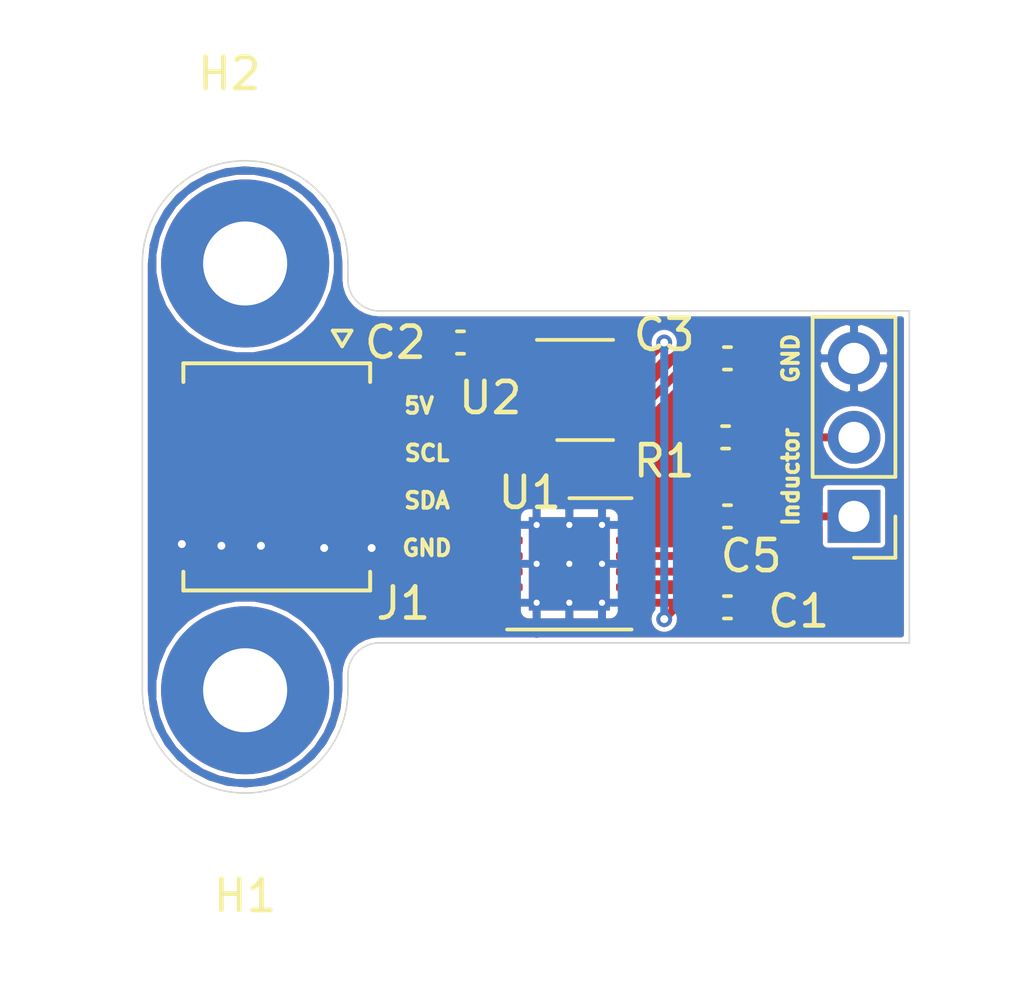
<source format=kicad_pcb>
(kicad_pcb (version 20171130) (host pcbnew "(5.1.9)-1")

  (general
    (thickness 0.8)
    (drawings 15)
    (tracks 70)
    (zones 0)
    (modules 11)
    (nets 10)
  )

  (page A4)
  (layers
    (0 F.Cu signal)
    (31 B.Cu signal)
    (32 B.Adhes user)
    (33 F.Adhes user)
    (34 B.Paste user)
    (35 F.Paste user)
    (36 B.SilkS user)
    (37 F.SilkS user)
    (38 B.Mask user)
    (39 F.Mask user)
    (40 Dwgs.User user)
    (41 Cmts.User user)
    (42 Eco1.User user)
    (43 Eco2.User user)
    (44 Edge.Cuts user)
    (45 Margin user)
    (46 B.CrtYd user)
    (47 F.CrtYd user)
    (48 B.Fab user)
    (49 F.Fab user)
  )

  (setup
    (last_trace_width 0.1524)
    (user_trace_width 0.254)
    (trace_clearance 0.1524)
    (zone_clearance 0.1524)
    (zone_45_only no)
    (trace_min 0.1524)
    (via_size 0.508)
    (via_drill 0.254)
    (via_min_size 0.4572)
    (via_min_drill 0.254)
    (uvia_size 0.3)
    (uvia_drill 0.1)
    (uvias_allowed no)
    (uvia_min_size 0.2)
    (uvia_min_drill 0.1)
    (edge_width 0.05)
    (segment_width 0.2)
    (pcb_text_width 0.3)
    (pcb_text_size 1.5 1.5)
    (mod_edge_width 0.12)
    (mod_text_size 1 1)
    (mod_text_width 0.15)
    (pad_size 5.399999 5.399999)
    (pad_drill 2.7)
    (pad_to_mask_clearance 0.051)
    (solder_mask_min_width 0.25)
    (aux_axis_origin 0 0)
    (visible_elements 7FFFFFFF)
    (pcbplotparams
      (layerselection 0x00008_7ffffffe)
      (usegerberextensions false)
      (usegerberattributes true)
      (usegerberadvancedattributes true)
      (creategerberjobfile true)
      (excludeedgelayer true)
      (linewidth 0.100000)
      (plotframeref false)
      (viasonmask false)
      (mode 1)
      (useauxorigin false)
      (hpglpennumber 1)
      (hpglpenspeed 20)
      (hpglpendiameter 15.000000)
      (psnegative false)
      (psa4output false)
      (plotreference true)
      (plotvalue true)
      (plotinvisibletext false)
      (padsonsilk false)
      (subtractmaskfromsilk false)
      (outputformat 1)
      (mirror false)
      (drillshape 0)
      (scaleselection 1)
      (outputdirectory ""))
  )

  (net 0 "")
  (net 1 GND)
  (net 2 "Net-(C1-Pad1)")
  (net 3 "Net-(C5-Pad2)")
  (net 4 "Net-(C5-Pad1)")
  (net 5 "Net-(J1-Pad3_1)")
  (net 6 "Net-(J1-Pad2_1)")
  (net 7 "Net-(J2-Pad2)")
  (net 8 "Net-(C2-Pad1)")
  (net 9 "Net-(C3-Pad1)")

  (net_class Default "This is the default net class."
    (clearance 0.1524)
    (trace_width 0.1524)
    (via_dia 0.508)
    (via_drill 0.254)
    (uvia_dia 0.3)
    (uvia_drill 0.1)
    (add_net GND)
    (add_net "Net-(C1-Pad1)")
    (add_net "Net-(C2-Pad1)")
    (add_net "Net-(C3-Pad1)")
    (add_net "Net-(C5-Pad1)")
    (add_net "Net-(C5-Pad2)")
    (add_net "Net-(J1-Pad2_1)")
    (add_net "Net-(J1-Pad3_1)")
    (add_net "Net-(J2-Pad2)")
  )

  (module Connector_PinHeader_2.54mm:PinHeader_1x03_P2.54mm_Vertical (layer F.Cu) (tedit 59FED5CC) (tstamp 6478E794)
    (at 173.736 84.836 180)
    (descr "Through hole straight pin header, 1x03, 2.54mm pitch, single row")
    (tags "Through hole pin header THT 1x03 2.54mm single row")
    (path /647BAB4F)
    (fp_text reference Inductor (at 2.032 1.27 90) (layer F.SilkS)
      (effects (font (size 0.508 0.508) (thickness 0.127)))
    )
    (fp_text value Inductor (at 0 7.41) (layer F.Fab)
      (effects (font (size 1 1) (thickness 0.15)))
    )
    (fp_line (start 1.8 -1.8) (end -1.8 -1.8) (layer F.CrtYd) (width 0.05))
    (fp_line (start 1.8 6.85) (end 1.8 -1.8) (layer F.CrtYd) (width 0.05))
    (fp_line (start -1.8 6.85) (end 1.8 6.85) (layer F.CrtYd) (width 0.05))
    (fp_line (start -1.8 -1.8) (end -1.8 6.85) (layer F.CrtYd) (width 0.05))
    (fp_line (start -1.33 -1.33) (end 0 -1.33) (layer F.SilkS) (width 0.12))
    (fp_line (start -1.33 0) (end -1.33 -1.33) (layer F.SilkS) (width 0.12))
    (fp_line (start -1.33 1.27) (end 1.33 1.27) (layer F.SilkS) (width 0.12))
    (fp_line (start 1.33 1.27) (end 1.33 6.41) (layer F.SilkS) (width 0.12))
    (fp_line (start -1.33 1.27) (end -1.33 6.41) (layer F.SilkS) (width 0.12))
    (fp_line (start -1.33 6.41) (end 1.33 6.41) (layer F.SilkS) (width 0.12))
    (fp_line (start -1.27 -0.635) (end -0.635 -1.27) (layer F.Fab) (width 0.1))
    (fp_line (start -1.27 6.35) (end -1.27 -0.635) (layer F.Fab) (width 0.1))
    (fp_line (start 1.27 6.35) (end -1.27 6.35) (layer F.Fab) (width 0.1))
    (fp_line (start 1.27 -1.27) (end 1.27 6.35) (layer F.Fab) (width 0.1))
    (fp_line (start -0.635 -1.27) (end 1.27 -1.27) (layer F.Fab) (width 0.1))
    (fp_text user %R (at 0 2.54 90) (layer F.Fab)
      (effects (font (size 1 1) (thickness 0.15)))
    )
    (pad 3 thru_hole oval (at 0 5.08 180) (size 1.7 1.7) (drill 1) (layers *.Cu *.Mask)
      (net 1 GND))
    (pad 2 thru_hole oval (at 0 2.54 180) (size 1.7 1.7) (drill 1) (layers *.Cu *.Mask)
      (net 7 "Net-(J2-Pad2)"))
    (pad 1 thru_hole rect (at 0 0 180) (size 1.7 1.7) (drill 1) (layers *.Cu *.Mask)
      (net 4 "Net-(C5-Pad1)"))
    (model ${KISYS3DMOD}/Connector_PinHeader_2.54mm.3dshapes/PinHeader_1x03_P2.54mm_Vertical.wrl
      (at (xyz 0 0 0))
      (scale (xyz 1 1 1))
      (rotate (xyz 0 0 0))
    )
  )

  (module Package_TO_SOT_SMD:SOT-23-5 (layer F.Cu) (tedit 5A02FF57) (tstamp 6478EF2F)
    (at 165.1 80.772)
    (descr "5-pin SOT23 package")
    (tags SOT-23-5)
    (path /647C42A0)
    (attr smd)
    (fp_text reference U2 (at -3.048 0.254) (layer F.SilkS)
      (effects (font (size 1 1) (thickness 0.15)))
    )
    (fp_text value LP2985-3.3 (at 0 -4.064) (layer F.Fab)
      (effects (font (size 1 1) (thickness 0.15)))
    )
    (fp_line (start 0.9 -1.55) (end 0.9 1.55) (layer F.Fab) (width 0.1))
    (fp_line (start 0.9 1.55) (end -0.9 1.55) (layer F.Fab) (width 0.1))
    (fp_line (start -0.9 -0.9) (end -0.9 1.55) (layer F.Fab) (width 0.1))
    (fp_line (start 0.9 -1.55) (end -0.25 -1.55) (layer F.Fab) (width 0.1))
    (fp_line (start -0.9 -0.9) (end -0.25 -1.55) (layer F.Fab) (width 0.1))
    (fp_line (start -1.9 1.8) (end -1.9 -1.8) (layer F.CrtYd) (width 0.05))
    (fp_line (start 1.9 1.8) (end -1.9 1.8) (layer F.CrtYd) (width 0.05))
    (fp_line (start 1.9 -1.8) (end 1.9 1.8) (layer F.CrtYd) (width 0.05))
    (fp_line (start -1.9 -1.8) (end 1.9 -1.8) (layer F.CrtYd) (width 0.05))
    (fp_line (start 0.9 -1.61) (end -1.55 -1.61) (layer F.SilkS) (width 0.12))
    (fp_line (start -0.9 1.61) (end 0.9 1.61) (layer F.SilkS) (width 0.12))
    (fp_text user %R (at 0 0 90) (layer F.Fab)
      (effects (font (size 0.5 0.5) (thickness 0.075)))
    )
    (pad 5 smd rect (at 1.1 -0.95) (size 1.06 0.65) (layers F.Cu F.Paste F.Mask)
      (net 2 "Net-(C1-Pad1)"))
    (pad 4 smd rect (at 1.1 0.95) (size 1.06 0.65) (layers F.Cu F.Paste F.Mask)
      (net 9 "Net-(C3-Pad1)"))
    (pad 3 smd rect (at -1.1 0.95) (size 1.06 0.65) (layers F.Cu F.Paste F.Mask)
      (net 8 "Net-(C2-Pad1)"))
    (pad 2 smd rect (at -1.1 0) (size 1.06 0.65) (layers F.Cu F.Paste F.Mask)
      (net 1 GND))
    (pad 1 smd rect (at -1.1 -0.95) (size 1.06 0.65) (layers F.Cu F.Paste F.Mask)
      (net 8 "Net-(C2-Pad1)"))
    (model ${KISYS3DMOD}/Package_TO_SOT_SMD.3dshapes/SOT-23-5.wrl
      (at (xyz 0 0 0))
      (scale (xyz 1 1 1))
      (rotate (xyz 0 0 0))
    )
  )

  (module Capacitor_SMD:C_0402_1005Metric_Pad0.74x0.62mm_HandSolder (layer F.Cu) (tedit 5F6BB22C) (tstamp 6478EDEA)
    (at 169.672 79.756)
    (descr "Capacitor SMD 0402 (1005 Metric), square (rectangular) end terminal, IPC_7351 nominal with elongated pad for handsoldering. (Body size source: IPC-SM-782 page 76, https://www.pcb-3d.com/wordpress/wp-content/uploads/ipc-sm-782a_amendment_1_and_2.pdf), generated with kicad-footprint-generator")
    (tags "capacitor handsolder")
    (path /647CE234)
    (attr smd)
    (fp_text reference C3 (at -2.032 -0.762) (layer F.SilkS)
      (effects (font (size 1 1) (thickness 0.15)))
    )
    (fp_text value 10nF (at 2.54 -4.064) (layer F.Fab)
      (effects (font (size 1 1) (thickness 0.15)))
    )
    (fp_line (start 1.08 0.46) (end -1.08 0.46) (layer F.CrtYd) (width 0.05))
    (fp_line (start 1.08 -0.46) (end 1.08 0.46) (layer F.CrtYd) (width 0.05))
    (fp_line (start -1.08 -0.46) (end 1.08 -0.46) (layer F.CrtYd) (width 0.05))
    (fp_line (start -1.08 0.46) (end -1.08 -0.46) (layer F.CrtYd) (width 0.05))
    (fp_line (start -0.115835 0.36) (end 0.115835 0.36) (layer F.SilkS) (width 0.12))
    (fp_line (start -0.115835 -0.36) (end 0.115835 -0.36) (layer F.SilkS) (width 0.12))
    (fp_line (start 0.5 0.25) (end -0.5 0.25) (layer F.Fab) (width 0.1))
    (fp_line (start 0.5 -0.25) (end 0.5 0.25) (layer F.Fab) (width 0.1))
    (fp_line (start -0.5 -0.25) (end 0.5 -0.25) (layer F.Fab) (width 0.1))
    (fp_line (start -0.5 0.25) (end -0.5 -0.25) (layer F.Fab) (width 0.1))
    (fp_text user %R (at 0 0) (layer F.Fab)
      (effects (font (size 0.25 0.25) (thickness 0.04)))
    )
    (pad 2 smd roundrect (at 0.5675 0) (size 0.735 0.62) (layers F.Cu F.Paste F.Mask) (roundrect_rratio 0.25)
      (net 1 GND))
    (pad 1 smd roundrect (at -0.5675 0) (size 0.735 0.62) (layers F.Cu F.Paste F.Mask) (roundrect_rratio 0.25)
      (net 9 "Net-(C3-Pad1)"))
    (model ${KISYS3DMOD}/Capacitor_SMD.3dshapes/C_0402_1005Metric.wrl
      (at (xyz 0 0 0))
      (scale (xyz 1 1 1))
      (rotate (xyz 0 0 0))
    )
  )

  (module Capacitor_SMD:C_0402_1005Metric_Pad0.74x0.62mm_HandSolder (layer F.Cu) (tedit 5F6BB22C) (tstamp 6478EDD9)
    (at 161.0955 79.248 180)
    (descr "Capacitor SMD 0402 (1005 Metric), square (rectangular) end terminal, IPC_7351 nominal with elongated pad for handsoldering. (Body size source: IPC-SM-782 page 76, https://www.pcb-3d.com/wordpress/wp-content/uploads/ipc-sm-782a_amendment_1_and_2.pdf), generated with kicad-footprint-generator")
    (tags "capacitor handsolder")
    (path /647C0357)
    (attr smd)
    (fp_text reference C2 (at 2.0915 0) (layer F.SilkS)
      (effects (font (size 1 1) (thickness 0.15)))
    )
    (fp_text value 1uF (at 2.0915 3.048) (layer F.Fab)
      (effects (font (size 1 1) (thickness 0.15)))
    )
    (fp_line (start 1.08 0.46) (end -1.08 0.46) (layer F.CrtYd) (width 0.05))
    (fp_line (start 1.08 -0.46) (end 1.08 0.46) (layer F.CrtYd) (width 0.05))
    (fp_line (start -1.08 -0.46) (end 1.08 -0.46) (layer F.CrtYd) (width 0.05))
    (fp_line (start -1.08 0.46) (end -1.08 -0.46) (layer F.CrtYd) (width 0.05))
    (fp_line (start -0.115835 0.36) (end 0.115835 0.36) (layer F.SilkS) (width 0.12))
    (fp_line (start -0.115835 -0.36) (end 0.115835 -0.36) (layer F.SilkS) (width 0.12))
    (fp_line (start 0.5 0.25) (end -0.5 0.25) (layer F.Fab) (width 0.1))
    (fp_line (start 0.5 -0.25) (end 0.5 0.25) (layer F.Fab) (width 0.1))
    (fp_line (start -0.5 -0.25) (end 0.5 -0.25) (layer F.Fab) (width 0.1))
    (fp_line (start -0.5 0.25) (end -0.5 -0.25) (layer F.Fab) (width 0.1))
    (fp_text user %R (at 0 0) (layer F.Fab)
      (effects (font (size 0.25 0.25) (thickness 0.04)))
    )
    (pad 2 smd roundrect (at 0.5675 0 180) (size 0.735 0.62) (layers F.Cu F.Paste F.Mask) (roundrect_rratio 0.25)
      (net 1 GND))
    (pad 1 smd roundrect (at -0.5675 0 180) (size 0.735 0.62) (layers F.Cu F.Paste F.Mask) (roundrect_rratio 0.25)
      (net 8 "Net-(C2-Pad1)"))
    (model ${KISYS3DMOD}/Capacitor_SMD.3dshapes/C_0402_1005Metric.wrl
      (at (xyz 0 0 0))
      (scale (xyz 1 1 1))
      (rotate (xyz 0 0 0))
    )
  )

  (module Package_SON:WSON-12-1EP_4x4mm_P0.5mm_EP2.6x3mm_ThermalVias (layer F.Cu) (tedit 5DC5FB10) (tstamp 6478E527)
    (at 164.592 86.36)
    (descr "WSON, 12 Pin (http://www.ti.com/lit/ds/symlink/ldc1312.pdf#page=62), generated with kicad-footprint-generator ipc_noLead_generator.py")
    (tags "WSON NoLead")
    (path /647993DC)
    (attr smd)
    (fp_text reference U1 (at -1.27 -2.286) (layer F.SilkS)
      (effects (font (size 1 1) (thickness 0.15)))
    )
    (fp_text value LDC1612 (at 0 5.08) (layer F.Fab)
      (effects (font (size 1 1) (thickness 0.15)))
    )
    (fp_line (start 2.62 -2.25) (end -2.62 -2.25) (layer F.CrtYd) (width 0.05))
    (fp_line (start 2.62 2.25) (end 2.62 -2.25) (layer F.CrtYd) (width 0.05))
    (fp_line (start -2.62 2.25) (end 2.62 2.25) (layer F.CrtYd) (width 0.05))
    (fp_line (start -2.62 -2.25) (end -2.62 2.25) (layer F.CrtYd) (width 0.05))
    (fp_line (start -2 -1) (end -1 -2) (layer F.Fab) (width 0.1))
    (fp_line (start -2 2) (end -2 -1) (layer F.Fab) (width 0.1))
    (fp_line (start 2 2) (end -2 2) (layer F.Fab) (width 0.1))
    (fp_line (start 2 -2) (end 2 2) (layer F.Fab) (width 0.1))
    (fp_line (start -1 -2) (end 2 -2) (layer F.Fab) (width 0.1))
    (fp_line (start -2 2.11) (end 2 2.11) (layer F.SilkS) (width 0.12))
    (fp_line (start 0 -2.11) (end 2 -2.11) (layer F.SilkS) (width 0.12))
    (fp_text user %R (at 0 0) (layer F.Fab)
      (effects (font (size 1 1) (thickness 0.15)))
    )
    (pad "" smd roundrect (at 0.65 0.75) (size 1.13 1.3) (layers F.Paste) (roundrect_rratio 0.2212389380530974))
    (pad "" smd roundrect (at 0.65 -0.75) (size 1.13 1.3) (layers F.Paste) (roundrect_rratio 0.2212389380530974))
    (pad "" smd roundrect (at -0.65 0.75) (size 1.13 1.3) (layers F.Paste) (roundrect_rratio 0.2212389380530974))
    (pad "" smd roundrect (at -0.65 -0.75) (size 1.13 1.3) (layers F.Paste) (roundrect_rratio 0.2212389380530974))
    (pad 13 smd rect (at 0 0) (size 2.6 3) (layers B.Cu)
      (net 1 GND))
    (pad 13 thru_hole circle (at 1.05 1.25) (size 0.5 0.5) (drill 0.2) (layers *.Cu)
      (net 1 GND))
    (pad 13 thru_hole circle (at 0 1.25) (size 0.5 0.5) (drill 0.2) (layers *.Cu)
      (net 1 GND))
    (pad 13 thru_hole circle (at -1.05 1.25) (size 0.5 0.5) (drill 0.2) (layers *.Cu)
      (net 1 GND))
    (pad 13 thru_hole circle (at 1.05 0) (size 0.5 0.5) (drill 0.2) (layers *.Cu)
      (net 1 GND))
    (pad 13 thru_hole circle (at 0 0) (size 0.5 0.5) (drill 0.2) (layers *.Cu)
      (net 1 GND))
    (pad 13 thru_hole circle (at -1.05 0) (size 0.5 0.5) (drill 0.2) (layers *.Cu)
      (net 1 GND))
    (pad 13 thru_hole circle (at 1.05 -1.25) (size 0.5 0.5) (drill 0.2) (layers *.Cu)
      (net 1 GND))
    (pad 13 thru_hole circle (at 0 -1.25) (size 0.5 0.5) (drill 0.2) (layers *.Cu)
      (net 1 GND))
    (pad 13 thru_hole circle (at -1.05 -1.25) (size 0.5 0.5) (drill 0.2) (layers *.Cu)
      (net 1 GND))
    (pad 13 smd rect (at 0 0) (size 2.6 3) (layers F.Cu F.Mask)
      (net 1 GND))
    (pad 12 smd roundrect (at 1.9375 -1.25) (size 0.875 0.25) (layers F.Cu F.Paste F.Mask) (roundrect_rratio 0.25))
    (pad 11 smd roundrect (at 1.9375 -0.75) (size 0.875 0.25) (layers F.Cu F.Paste F.Mask) (roundrect_rratio 0.25))
    (pad 10 smd roundrect (at 1.9375 -0.25) (size 0.875 0.25) (layers F.Cu F.Paste F.Mask) (roundrect_rratio 0.25)
      (net 3 "Net-(C5-Pad2)"))
    (pad 9 smd roundrect (at 1.9375 0.25) (size 0.875 0.25) (layers F.Cu F.Paste F.Mask) (roundrect_rratio 0.25)
      (net 4 "Net-(C5-Pad1)"))
    (pad 8 smd roundrect (at 1.9375 0.75) (size 0.875 0.25) (layers F.Cu F.Paste F.Mask) (roundrect_rratio 0.25)
      (net 1 GND))
    (pad 7 smd roundrect (at 1.9375 1.25) (size 0.875 0.25) (layers F.Cu F.Paste F.Mask) (roundrect_rratio 0.25)
      (net 2 "Net-(C1-Pad1)"))
    (pad 6 smd roundrect (at -1.9375 1.25) (size 0.875 0.25) (layers F.Cu F.Paste F.Mask) (roundrect_rratio 0.25)
      (net 1 GND))
    (pad 5 smd roundrect (at -1.9375 0.75) (size 0.875 0.25) (layers F.Cu F.Paste F.Mask) (roundrect_rratio 0.25))
    (pad 4 smd roundrect (at -1.9375 0.25) (size 0.875 0.25) (layers F.Cu F.Paste F.Mask) (roundrect_rratio 0.25)
      (net 1 GND))
    (pad 3 smd roundrect (at -1.9375 -0.25) (size 0.875 0.25) (layers F.Cu F.Paste F.Mask) (roundrect_rratio 0.25)
      (net 1 GND))
    (pad 2 smd roundrect (at -1.9375 -0.75) (size 0.875 0.25) (layers F.Cu F.Paste F.Mask) (roundrect_rratio 0.25)
      (net 5 "Net-(J1-Pad3_1)"))
    (pad 1 smd roundrect (at -1.9375 -1.25) (size 0.875 0.25) (layers F.Cu F.Paste F.Mask) (roundrect_rratio 0.25)
      (net 6 "Net-(J1-Pad2_1)"))
    (model ${KISYS3DMOD}/Package_SON.3dshapes/WSON-12-1EP_4x4mm_P0.5mm_EP2.6x3mm.wrl
      (at (xyz 0 0 0))
      (scale (xyz 1 1 1))
      (rotate (xyz 0 0 0))
    )
  )

  (module Capacitor_SMD:C_0402_1005Metric_Pad0.74x0.62mm_HandSolder (layer F.Cu) (tedit 5F6BB22C) (tstamp 6478E4FC)
    (at 169.6125 82.296 180)
    (descr "Capacitor SMD 0402 (1005 Metric), square (rectangular) end terminal, IPC_7351 nominal with elongated pad for handsoldering. (Body size source: IPC-SM-782 page 76, https://www.pcb-3d.com/wordpress/wp-content/uploads/ipc-sm-782a_amendment_1_and_2.pdf), generated with kicad-footprint-generator")
    (tags "capacitor handsolder")
    (path /647B9B08)
    (attr smd)
    (fp_text reference R1 (at 1.9725 -0.762) (layer F.SilkS)
      (effects (font (size 1 1) (thickness 0.15)))
    )
    (fp_text value 0 (at -6.1555 6.096) (layer F.Fab)
      (effects (font (size 1 1) (thickness 0.15)))
    )
    (fp_line (start 1.08 0.46) (end -1.08 0.46) (layer F.CrtYd) (width 0.05))
    (fp_line (start 1.08 -0.46) (end 1.08 0.46) (layer F.CrtYd) (width 0.05))
    (fp_line (start -1.08 -0.46) (end 1.08 -0.46) (layer F.CrtYd) (width 0.05))
    (fp_line (start -1.08 0.46) (end -1.08 -0.46) (layer F.CrtYd) (width 0.05))
    (fp_line (start -0.115835 0.36) (end 0.115835 0.36) (layer F.SilkS) (width 0.12))
    (fp_line (start -0.115835 -0.36) (end 0.115835 -0.36) (layer F.SilkS) (width 0.12))
    (fp_line (start 0.5 0.25) (end -0.5 0.25) (layer F.Fab) (width 0.1))
    (fp_line (start 0.5 -0.25) (end 0.5 0.25) (layer F.Fab) (width 0.1))
    (fp_line (start -0.5 -0.25) (end 0.5 -0.25) (layer F.Fab) (width 0.1))
    (fp_line (start -0.5 0.25) (end -0.5 -0.25) (layer F.Fab) (width 0.1))
    (fp_text user %R (at 0 0) (layer F.Fab)
      (effects (font (size 0.25 0.25) (thickness 0.04)))
    )
    (pad 2 smd roundrect (at 0.5675 0 180) (size 0.735 0.62) (layers F.Cu F.Paste F.Mask) (roundrect_rratio 0.25)
      (net 3 "Net-(C5-Pad2)"))
    (pad 1 smd roundrect (at -0.5675 0 180) (size 0.735 0.62) (layers F.Cu F.Paste F.Mask) (roundrect_rratio 0.25)
      (net 7 "Net-(J2-Pad2)"))
    (model ${KISYS3DMOD}/Capacitor_SMD.3dshapes/C_0402_1005Metric.wrl
      (at (xyz 0 0 0))
      (scale (xyz 1 1 1))
      (rotate (xyz 0 0 0))
    )
  )

  (module Connector_Molex2:MOLEX_874370443 (layer F.Cu) (tedit 64597234) (tstamp 6478E4D5)
    (at 155.194 83.566 270)
    (path /645A2259)
    (attr smd)
    (fp_text reference J1 (at 4.064 -4.064 180) (layer F.SilkS)
      (effects (font (size 1 1) (thickness 0.15)))
    )
    (fp_text value 874370443 (at 0.798 7.62 90) (layer F.Fab)
      (effects (font (size 1 1) (thickness 0.15)))
    )
    (fp_poly (pts (xy -2.7512 -0.1262) (xy -1.7488 -0.1262) (xy -1.7488 3.5762) (xy -2.7512 3.5762)) (layer F.Mask) (width 0.01))
    (fp_line (start 3.65 -3) (end 3.65 3) (layer F.Fab) (width 0.127))
    (fp_line (start 3.65 3) (end -3.65 3) (layer F.Fab) (width 0.127))
    (fp_line (start -3.65 3) (end -3.65 -3) (layer F.Fab) (width 0.127))
    (fp_line (start -3.65 -3) (end 3.65 -3) (layer F.Fab) (width 0.127))
    (fp_line (start -3.65 3) (end -3.65 -3) (layer F.SilkS) (width 0.127))
    (fp_line (start 3.65 3) (end 3.65 -3) (layer F.SilkS) (width 0.127))
    (fp_line (start -4.7 -2.4) (end -4.7 -1.8) (layer F.SilkS) (width 0.127))
    (fp_line (start -4.7 -1.8) (end -4.2 -2.1) (layer F.SilkS) (width 0.127))
    (fp_line (start -4.2 -2.1) (end -4.7 -2.4) (layer F.SilkS) (width 0.127))
    (fp_line (start -4.7 -1.8) (end -4.7 -2.4) (layer F.Fab) (width 0.127))
    (fp_line (start -4.7 -2.4) (end -4.2 -2.1) (layer F.Fab) (width 0.127))
    (fp_line (start -4.2 -2.1) (end -4.7 -1.8) (layer F.Fab) (width 0.127))
    (fp_line (start 4.92 -4.77) (end 4.92 4.77) (layer F.CrtYd) (width 0.05))
    (fp_line (start 4.92 4.77) (end -4.92 4.77) (layer F.CrtYd) (width 0.05))
    (fp_line (start -4.92 4.77) (end -4.92 -4.77) (layer F.CrtYd) (width 0.05))
    (fp_line (start -4.92 -4.77) (end 4.92 -4.77) (layer F.CrtYd) (width 0.05))
    (fp_poly (pts (xy -2.7512 -3.5762) (xy -1.7488 -3.5762) (xy -1.7488 -0.7738) (xy -2.7512 -0.7738)) (layer F.Mask) (width 0.01))
    (fp_line (start -3.65 3) (end -3.05 3) (layer F.SilkS) (width 0.127))
    (fp_line (start -3.05 -3) (end -3.65 -3) (layer F.SilkS) (width 0.127))
    (fp_line (start 3.65 -3) (end 3.05 -3) (layer F.SilkS) (width 0.127))
    (fp_line (start 3.65 3) (end 3.05 3) (layer F.SilkS) (width 0.127))
    (fp_poly (pts (xy -2.675 -0.85) (xy -1.825 -0.85) (xy -1.825 -0.05) (xy -2.675 -0.05)) (layer Dwgs.User) (width 0.01))
    (fp_poly (pts (xy -1.175 -0.85) (xy -0.325 -0.85) (xy -0.325 -0.05) (xy -1.175 -0.05)) (layer Dwgs.User) (width 0.01))
    (fp_poly (pts (xy -1.2512 -3.5762) (xy -0.2488 -3.5762) (xy -0.2488 -0.7738) (xy -1.2512 -0.7738)) (layer F.Mask) (width 0.01))
    (fp_poly (pts (xy -1.2512 -0.1262) (xy -0.2488 -0.1262) (xy -0.2488 3.5762) (xy -1.2512 3.5762)) (layer F.Mask) (width 0.01))
    (fp_poly (pts (xy 0.325 -0.85) (xy 1.175 -0.85) (xy 1.175 -0.05) (xy 0.325 -0.05)) (layer Dwgs.User) (width 0.01))
    (fp_poly (pts (xy 0.2488 -3.5762) (xy 1.2512 -3.5762) (xy 1.2512 -0.7738) (xy 0.2488 -0.7738)) (layer F.Mask) (width 0.01))
    (fp_poly (pts (xy 0.2488 -0.1262) (xy 1.2512 -0.1262) (xy 1.2512 3.5762) (xy 0.2488 3.5762)) (layer F.Mask) (width 0.01))
    (fp_poly (pts (xy 1.825 -0.85) (xy 2.675 -0.85) (xy 2.675 -0.05) (xy 1.825 -0.05)) (layer Dwgs.User) (width 0.01))
    (fp_poly (pts (xy 1.7488 -3.5762) (xy 2.7512 -3.5762) (xy 2.7512 -0.7738) (xy 1.7488 -0.7738)) (layer F.Mask) (width 0.01))
    (fp_poly (pts (xy 1.7488 -0.1262) (xy 2.7512 -0.1262) (xy 2.7512 3.5762) (xy 1.7488 3.5762)) (layer F.Mask) (width 0.01))
    (pad 4_2 smd rect (at 2.25 1.725 270) (size 0.85 3.55) (layers F.Cu F.Paste)
      (net 1 GND))
    (pad 4_1 smd rect (at 2.25 -2.175 270) (size 0.85 2.65) (layers F.Cu F.Paste)
      (net 1 GND))
    (pad 3_2 smd rect (at 0.75 1.725 270) (size 0.85 3.55) (layers F.Cu F.Paste)
      (net 5 "Net-(J1-Pad3_1)"))
    (pad 3_1 smd rect (at 0.75 -2.175 270) (size 0.85 2.65) (layers F.Cu F.Paste)
      (net 5 "Net-(J1-Pad3_1)"))
    (pad 2_2 smd rect (at -0.75 1.725 270) (size 0.85 3.55) (layers F.Cu F.Paste)
      (net 6 "Net-(J1-Pad2_1)"))
    (pad 2_1 smd rect (at -0.75 -2.175 270) (size 0.85 2.65) (layers F.Cu F.Paste)
      (net 6 "Net-(J1-Pad2_1)"))
    (pad 1_2 smd rect (at -2.25 1.725 270) (size 0.85 3.55) (layers F.Cu F.Paste)
      (net 8 "Net-(C2-Pad1)"))
    (pad 1_1 smd rect (at -2.25 -2.175 270) (size 0.85 2.65) (layers F.Cu F.Paste)
      (net 8 "Net-(C2-Pad1)"))
    (model "C:/Users/WirickD/OneDrive - Garmin/Documents/KiCad/874370443.step"
      (offset (xyz 0 0.508 2.8448))
      (scale (xyz 1 1 1))
      (rotate (xyz -90 0 0))
    )
  )

  (module MountingHole:MountingHole_2.7mm_M2.5_Pad (layer F.Cu) (tedit 56D1B4CB) (tstamp 6478F84A)
    (at 154.178 76.708)
    (descr "Mounting Hole 2.7mm, M2.5")
    (tags "mounting hole 2.7mm m2.5")
    (path /647BCE7E)
    (attr virtual)
    (fp_text reference H2 (at -0.508 -6.096) (layer F.SilkS)
      (effects (font (size 1 1) (thickness 0.15)))
    )
    (fp_text value MountingHole (at 0 -7.62) (layer F.Fab)
      (effects (font (size 1 1) (thickness 0.15)))
    )
    (fp_circle (center 0 0) (end 2.95 0) (layer F.CrtYd) (width 0.05))
    (fp_circle (center 0 0) (end 2.7 0) (layer Cmts.User) (width 0.15))
    (fp_text user %R (at 0.3 0) (layer F.Fab)
      (effects (font (size 1 1) (thickness 0.15)))
    )
    (pad 1 thru_hole circle (at 0 0) (size 5.4 5.4) (drill 2.7) (layers *.Cu *.Mask))
  )

  (module MountingHole:MountingHole_2.7mm_M2.5_Pad locked (layer F.Cu) (tedit 56D1B4CB) (tstamp 6478E4A1)
    (at 154.178 90.424)
    (descr "Mounting Hole 2.7mm, M2.5")
    (tags "mounting hole 2.7mm m2.5")
    (path /647BCA00)
    (attr virtual)
    (fp_text reference H1 (at 0 6.604) (layer F.SilkS)
      (effects (font (size 1 1) (thickness 0.15)))
    )
    (fp_text value MountingHole (at 0 8.636) (layer F.Fab)
      (effects (font (size 1 1) (thickness 0.15)))
    )
    (fp_circle (center 0 0) (end 2.95 0) (layer F.CrtYd) (width 0.05))
    (fp_circle (center 0 0) (end 2.7 0) (layer Cmts.User) (width 0.15))
    (fp_text user %R (at 0.3 0) (layer F.Fab)
      (effects (font (size 1 1) (thickness 0.15)))
    )
    (pad 1 thru_hole circle (at 0 0) (size 5.4 5.4) (drill 2.7) (layers *.Cu *.Mask))
  )

  (module Capacitor_SMD:C_0402_1005Metric_Pad0.74x0.62mm_HandSolder (layer F.Cu) (tedit 5F6BB22C) (tstamp 6478E499)
    (at 169.672 84.836 180)
    (descr "Capacitor SMD 0402 (1005 Metric), square (rectangular) end terminal, IPC_7351 nominal with elongated pad for handsoldering. (Body size source: IPC-SM-782 page 76, https://www.pcb-3d.com/wordpress/wp-content/uploads/ipc-sm-782a_amendment_1_and_2.pdf), generated with kicad-footprint-generator")
    (tags "capacitor handsolder")
    (path /5EC129D0)
    (attr smd)
    (fp_text reference C5 (at -0.762 -1.27) (layer F.SilkS)
      (effects (font (size 1 1) (thickness 0.15)))
    )
    (fp_text value 510pF (at -7.112 -6.604) (layer F.Fab)
      (effects (font (size 1 1) (thickness 0.15)))
    )
    (fp_line (start 1.08 0.46) (end -1.08 0.46) (layer F.CrtYd) (width 0.05))
    (fp_line (start 1.08 -0.46) (end 1.08 0.46) (layer F.CrtYd) (width 0.05))
    (fp_line (start -1.08 -0.46) (end 1.08 -0.46) (layer F.CrtYd) (width 0.05))
    (fp_line (start -1.08 0.46) (end -1.08 -0.46) (layer F.CrtYd) (width 0.05))
    (fp_line (start -0.115835 0.36) (end 0.115835 0.36) (layer F.SilkS) (width 0.12))
    (fp_line (start -0.115835 -0.36) (end 0.115835 -0.36) (layer F.SilkS) (width 0.12))
    (fp_line (start 0.5 0.25) (end -0.5 0.25) (layer F.Fab) (width 0.1))
    (fp_line (start 0.5 -0.25) (end 0.5 0.25) (layer F.Fab) (width 0.1))
    (fp_line (start -0.5 -0.25) (end 0.5 -0.25) (layer F.Fab) (width 0.1))
    (fp_line (start -0.5 0.25) (end -0.5 -0.25) (layer F.Fab) (width 0.1))
    (fp_text user %R (at 0 0) (layer F.Fab)
      (effects (font (size 0.25 0.25) (thickness 0.04)))
    )
    (pad 2 smd roundrect (at 0.5675 0 180) (size 0.735 0.62) (layers F.Cu F.Paste F.Mask) (roundrect_rratio 0.25)
      (net 3 "Net-(C5-Pad2)"))
    (pad 1 smd roundrect (at -0.5675 0 180) (size 0.735 0.62) (layers F.Cu F.Paste F.Mask) (roundrect_rratio 0.25)
      (net 4 "Net-(C5-Pad1)"))
    (model ${KISYS3DMOD}/Capacitor_SMD.3dshapes/C_0402_1005Metric.wrl
      (at (xyz 0 0 0))
      (scale (xyz 1 1 1))
      (rotate (xyz 0 0 0))
    )
  )

  (module Capacitor_SMD:C_0402_1005Metric_Pad0.74x0.62mm_HandSolder (layer F.Cu) (tedit 5F6BB22C) (tstamp 6478EAA9)
    (at 169.672 87.757)
    (descr "Capacitor SMD 0402 (1005 Metric), square (rectangular) end terminal, IPC_7351 nominal with elongated pad for handsoldering. (Body size source: IPC-SM-782 page 76, https://www.pcb-3d.com/wordpress/wp-content/uploads/ipc-sm-782a_amendment_1_and_2.pdf), generated with kicad-footprint-generator")
    (tags "capacitor handsolder")
    (path /5EC23B18)
    (attr smd)
    (fp_text reference C1 (at 2.286 0.127) (layer F.SilkS)
      (effects (font (size 1 1) (thickness 0.15)))
    )
    (fp_text value 2.2uF (at 1.524 4.572) (layer F.Fab)
      (effects (font (size 1 1) (thickness 0.15)))
    )
    (fp_line (start 1.08 0.46) (end -1.08 0.46) (layer F.CrtYd) (width 0.05))
    (fp_line (start 1.08 -0.46) (end 1.08 0.46) (layer F.CrtYd) (width 0.05))
    (fp_line (start -1.08 -0.46) (end 1.08 -0.46) (layer F.CrtYd) (width 0.05))
    (fp_line (start -1.08 0.46) (end -1.08 -0.46) (layer F.CrtYd) (width 0.05))
    (fp_line (start -0.115835 0.36) (end 0.115835 0.36) (layer F.SilkS) (width 0.12))
    (fp_line (start -0.115835 -0.36) (end 0.115835 -0.36) (layer F.SilkS) (width 0.12))
    (fp_line (start 0.5 0.25) (end -0.5 0.25) (layer F.Fab) (width 0.1))
    (fp_line (start 0.5 -0.25) (end 0.5 0.25) (layer F.Fab) (width 0.1))
    (fp_line (start -0.5 -0.25) (end 0.5 -0.25) (layer F.Fab) (width 0.1))
    (fp_line (start -0.5 0.25) (end -0.5 -0.25) (layer F.Fab) (width 0.1))
    (fp_text user %R (at 0 0) (layer F.Fab)
      (effects (font (size 0.25 0.25) (thickness 0.04)))
    )
    (pad 2 smd roundrect (at 0.5675 0) (size 0.735 0.62) (layers F.Cu F.Paste F.Mask) (roundrect_rratio 0.25)
      (net 1 GND))
    (pad 1 smd roundrect (at -0.5675 0) (size 0.735 0.62) (layers F.Cu F.Paste F.Mask) (roundrect_rratio 0.25)
      (net 2 "Net-(C1-Pad1)"))
    (model ${KISYS3DMOD}/Capacitor_SMD.3dshapes/C_0402_1005Metric.wrl
      (at (xyz 0 0 0))
      (scale (xyz 1 1 1))
      (rotate (xyz 0 0 0))
    )
  )

  (gr_text GND (at 171.704 79.756 90) (layer F.SilkS) (tstamp 647900AB)
    (effects (font (size 0.508 0.508) (thickness 0.127)))
  )
  (gr_text SDA (at 160.02 84.328) (layer F.SilkS)
    (effects (font (size 0.508 0.508) (thickness 0.127)))
  )
  (gr_text SCL (at 160.02 82.804) (layer F.SilkS)
    (effects (font (size 0.508 0.508) (thickness 0.127)))
  )
  (gr_text 5V (at 159.766 81.28) (layer F.SilkS)
    (effects (font (size 0.508 0.508) (thickness 0.127)))
  )
  (gr_text GND (at 160.02 85.852) (layer F.SilkS)
    (effects (font (size 0.508 0.508) (thickness 0.127)))
  )
  (gr_line (start 157.48 90.424) (end 157.48 89.916) (layer Edge.Cuts) (width 0.05) (tstamp 6478FA12))
  (gr_arc (start 154.178 90.424) (end 150.876 90.424) (angle -180) (layer Edge.Cuts) (width 0.05))
  (gr_line (start 157.48 77.216) (end 157.48 76.708) (layer Edge.Cuts) (width 0.05) (tstamp 6478F939))
  (gr_arc (start 154.178 76.708) (end 157.48 76.708) (angle -180) (layer Edge.Cuts) (width 0.05))
  (gr_line (start 175.514 88.9) (end 158.496 88.9) (layer Edge.Cuts) (width 0.05) (tstamp 6478EAF8))
  (gr_line (start 175.514 78.232) (end 175.514 88.9) (layer Edge.Cuts) (width 0.05))
  (gr_line (start 158.496 78.232) (end 175.514 78.232) (layer Edge.Cuts) (width 0.05))
  (gr_line (start 150.876 90.424) (end 150.876 76.708) (layer Edge.Cuts) (width 0.05))
  (gr_arc (start 158.496 77.216) (end 157.48 77.216) (angle -90) (layer Edge.Cuts) (width 0.05))
  (gr_arc (start 158.496 89.916) (end 158.496 88.9) (angle -90) (layer Edge.Cuts) (width 0.05))

  (via (at 152.146 85.725) (size 0.508) (drill 0.254) (layers F.Cu B.Cu) (net 1))
  (via (at 158.242 85.852) (size 0.508) (drill 0.254) (layers F.Cu B.Cu) (net 1))
  (segment (start 152.199 85.78) (end 152.199 85.78) (width 0.254) (layer F.Cu) (net 1))
  (segment (start 163.542 87.61) (end 163.542 88.358) (width 0.254) (layer B.Cu) (net 1))
  (segment (start 164.592 86.36) (end 164.592 88.392) (width 0.254) (layer B.Cu) (net 1))
  (segment (start 165.642 87.61) (end 165.642 88.485) (width 0.254) (layer B.Cu) (net 1))
  (segment (start 165.642 87.61) (end 166.35 87.61) (width 0.254) (layer B.Cu) (net 1))
  (segment (start 164.592 86.36) (end 166.37 86.36) (width 0.254) (layer B.Cu) (net 1))
  (segment (start 165.642 85.11) (end 166.35 85.11) (width 0.254) (layer B.Cu) (net 1))
  (segment (start 164.592 86.36) (end 164.592 84.328) (width 0.254) (layer B.Cu) (net 1))
  (segment (start 165.642 85.11) (end 165.642 84.548) (width 0.254) (layer B.Cu) (net 1))
  (segment (start 163.542 85.11) (end 163.542 84.489) (width 0.254) (layer B.Cu) (net 1))
  (segment (start 163.542 85.11) (end 162.834 85.11) (width 0.254) (layer B.Cu) (net 1))
  (segment (start 164.592 86.36) (end 162.814 86.36) (width 0.254) (layer B.Cu) (net 1))
  (segment (start 163.542 87.61) (end 162.921 87.61) (width 0.254) (layer B.Cu) (net 1))
  (segment (start 164.592 86.36) (end 164.592 84.328) (width 0.254) (layer F.Cu) (net 1))
  (segment (start 165.642 85.11) (end 165.642 84.421) (width 0.254) (layer F.Cu) (net 1))
  (segment (start 163.542 85.11) (end 163.542 84.548) (width 0.254) (layer F.Cu) (net 1))
  (segment (start 163.542 87.61) (end 163.542 88.612) (width 0.254) (layer F.Cu) (net 1))
  (segment (start 164.592 86.36) (end 164.592 88.392) (width 0.254) (layer F.Cu) (net 1))
  (segment (start 165.642 87.61) (end 165.642 88.358) (width 0.254) (layer F.Cu) (net 1))
  (segment (start 155.393 85.78) (end 156.099 85.78) (width 0.254) (layer F.Cu) (net 1) (tstamp 6478F7FA))
  (via (at 156.718 85.852) (size 0.508) (drill 0.254) (layers F.Cu B.Cu) (net 1))
  (segment (start 153.361 85.78) (end 155.393 85.78) (width 0.254) (layer F.Cu) (net 1) (tstamp 6478F7FC))
  (via (at 154.686 85.78) (size 0.508) (drill 0.254) (layers F.Cu B.Cu) (net 1))
  (segment (start 152.199 85.78) (end 153.361 85.78) (width 0.254) (layer F.Cu) (net 1) (tstamp 6478F7FE))
  (via (at 153.416 85.78) (size 0.508) (drill 0.254) (layers F.Cu B.Cu) (net 1))
  (via (at 167.64 79.248) (size 0.508) (drill 0.254) (layers F.Cu B.Cu) (net 2))
  (segment (start 167.066 79.822) (end 167.64 79.248) (width 0.254) (layer F.Cu) (net 2))
  (segment (start 166.2 79.822) (end 167.066 79.822) (width 0.254) (layer F.Cu) (net 2))
  (segment (start 167.914 87.61) (end 166.5295 87.61) (width 0.254) (layer F.Cu) (net 2))
  (segment (start 168.255 87.61) (end 167.914 87.61) (width 0.254) (layer F.Cu) (net 2))
  (segment (start 168.402 87.757) (end 168.255 87.61) (width 0.254) (layer F.Cu) (net 2))
  (segment (start 169.1045 87.757) (end 168.402 87.757) (width 0.254) (layer F.Cu) (net 2))
  (segment (start 167.64 88.13799) (end 167.64001 88.138) (width 0.254) (layer B.Cu) (net 2))
  (via (at 167.64001 88.138) (size 0.508) (drill 0.254) (layers F.Cu B.Cu) (net 2))
  (segment (start 167.64 79.248) (end 167.64 88.13799) (width 0.254) (layer B.Cu) (net 2))
  (segment (start 167.914 87.61) (end 167.914 87.86401) (width 0.254) (layer F.Cu) (net 2))
  (segment (start 167.914 87.86401) (end 167.64001 88.138) (width 0.254) (layer F.Cu) (net 2))
  (segment (start 169.1045 82.3555) (end 169.045 82.296) (width 0.254) (layer F.Cu) (net 3))
  (segment (start 169.1045 84.836) (end 169.1045 82.3555) (width 0.254) (layer F.Cu) (net 3))
  (segment (start 166.5295 86.11) (end 168.906 86.11) (width 0.254) (layer F.Cu) (net 3))
  (segment (start 169.1045 85.9115) (end 169.1045 84.836) (width 0.254) (layer F.Cu) (net 3))
  (segment (start 168.906 86.11) (end 169.1045 85.9115) (width 0.254) (layer F.Cu) (net 3))
  (segment (start 173.736 84.836) (end 170.2395 84.836) (width 0.254) (layer F.Cu) (net 4))
  (segment (start 170.2395 85.4115) (end 170.2395 84.836) (width 0.254) (layer F.Cu) (net 4))
  (segment (start 169.041 86.61) (end 170.2395 85.4115) (width 0.254) (layer F.Cu) (net 4))
  (segment (start 166.5295 86.61) (end 169.041 86.61) (width 0.254) (layer F.Cu) (net 4))
  (segment (start 156.099 84.28) (end 152.199 84.28) (width 0.254) (layer F.Cu) (net 5))
  (segment (start 159.718 84.28) (end 156.099 84.28) (width 0.254) (layer F.Cu) (net 5))
  (segment (start 161.048 85.61) (end 159.718 84.28) (width 0.254) (layer F.Cu) (net 5))
  (segment (start 162.6545 85.61) (end 161.048 85.61) (width 0.254) (layer F.Cu) (net 5))
  (segment (start 152.199 82.78) (end 156.099 82.78) (width 0.254) (layer F.Cu) (net 6))
  (segment (start 156.099 82.78) (end 158.98 82.78) (width 0.254) (layer F.Cu) (net 6))
  (segment (start 161.31 85.11) (end 162.6545 85.11) (width 0.254) (layer F.Cu) (net 6))
  (segment (start 158.98 82.78) (end 161.31 85.11) (width 0.254) (layer F.Cu) (net 6))
  (segment (start 173.736 82.296) (end 170.18 82.296) (width 0.254) (layer F.Cu) (net 7))
  (segment (start 156.099 81.28) (end 152.199 81.28) (width 0.254) (layer F.Cu) (net 8))
  (segment (start 156.099 81.28) (end 160.528 81.28) (width 0.254) (layer F.Cu) (net 8))
  (segment (start 164 79.822) (end 163.134 79.822) (width 0.254) (layer F.Cu) (net 8))
  (segment (start 162.56 79.248) (end 161.663 79.248) (width 0.254) (layer F.Cu) (net 8))
  (segment (start 163.134 79.822) (end 162.56 79.248) (width 0.254) (layer F.Cu) (net 8))
  (segment (start 162.179 81.28) (end 160.528 81.28) (width 0.254) (layer F.Cu) (net 8))
  (segment (start 162.621 81.722) (end 162.179 81.28) (width 0.254) (layer F.Cu) (net 8))
  (segment (start 164 81.722) (end 162.621 81.722) (width 0.254) (layer F.Cu) (net 8))
  (segment (start 161.663 81.145) (end 161.663 79.248) (width 0.254) (layer F.Cu) (net 8))
  (segment (start 161.798 81.28) (end 161.663 81.145) (width 0.254) (layer F.Cu) (net 8))
  (segment (start 168.529 79.756) (end 169.1045 79.756) (width 0.254) (layer F.Cu) (net 9))
  (segment (start 166.563 81.722) (end 168.529 79.756) (width 0.254) (layer F.Cu) (net 9))
  (segment (start 166.2 81.722) (end 166.563 81.722) (width 0.254) (layer F.Cu) (net 9))

  (zone (net 1) (net_name GND) (layer F.Cu) (tstamp 64790181) (hatch edge 0.508)
    (connect_pads (clearance 0.1524))
    (min_thickness 0.1524)
    (fill yes (arc_segments 32) (thermal_gap 0.254) (thermal_bridge_width 0.254))
    (polygon
      (pts
        (xy 178.308 97.028) (xy 146.812 97.028) (xy 146.812 71.12) (xy 178.308 71.12)
      )
    )
    (filled_polygon
      (pts
        (xy 154.748984 73.714789) (xy 155.319496 73.882701) (xy 155.846527 74.158226) (xy 156.310002 74.53087) (xy 156.692274 74.986443)
        (xy 156.978774 75.507586) (xy 157.158594 76.074452) (xy 157.226177 76.67696) (xy 157.226401 76.709051) (xy 157.2264 77.228458)
        (xy 157.227513 77.23976) (xy 157.227469 77.246078) (xy 157.227814 77.249602) (xy 157.248541 77.446803) (xy 157.253165 77.469327)
        (xy 157.25747 77.491896) (xy 157.258493 77.495286) (xy 157.317128 77.684707) (xy 157.326039 77.705906) (xy 157.334646 77.727208)
        (xy 157.336308 77.730335) (xy 157.430619 77.904758) (xy 157.443484 77.923831) (xy 157.456058 77.943046) (xy 157.458296 77.945791)
        (xy 157.58469 78.098575) (xy 157.601005 78.114776) (xy 157.617081 78.131192) (xy 157.619809 78.13345) (xy 157.773471 78.258774)
        (xy 157.792614 78.271492) (xy 157.811581 78.284479) (xy 157.814696 78.286163) (xy 157.989773 78.379254) (xy 158.011044 78.388021)
        (xy 158.032152 78.397068) (xy 158.035535 78.398116) (xy 158.225361 78.455427) (xy 158.24795 78.4599) (xy 158.270389 78.464669)
        (xy 158.27391 78.46504) (xy 158.471252 78.48439) (xy 158.471255 78.48439) (xy 158.483541 78.4856) (xy 175.2604 78.4856)
        (xy 175.260401 88.6464) (xy 158.483541 88.6464) (xy 158.472238 88.647513) (xy 158.465922 88.647469) (xy 158.462398 88.647814)
        (xy 158.265196 88.668541) (xy 158.242658 88.673168) (xy 158.220105 88.67747) (xy 158.216714 88.678493) (xy 158.027293 88.737128)
        (xy 158.006077 88.746047) (xy 157.984792 88.754646) (xy 157.981665 88.756308) (xy 157.807241 88.850619) (xy 157.788151 88.863496)
        (xy 157.768954 88.876058) (xy 157.766209 88.878296) (xy 157.613425 89.00469) (xy 157.597224 89.021005) (xy 157.580808 89.037081)
        (xy 157.57855 89.039809) (xy 157.453226 89.193471) (xy 157.440508 89.212614) (xy 157.427521 89.231581) (xy 157.425837 89.234696)
        (xy 157.332746 89.409774) (xy 157.323989 89.431018) (xy 157.314932 89.452152) (xy 157.313885 89.455534) (xy 157.256573 89.645361)
        (xy 157.2521 89.66795) (xy 157.247331 89.690389) (xy 157.24696 89.693911) (xy 157.22761 89.891252) (xy 157.22761 89.891265)
        (xy 157.226401 89.903541) (xy 157.2264 90.411593) (xy 157.16715 91.01587) (xy 156.995263 91.585189) (xy 156.716063 92.110286)
        (xy 156.340192 92.571151) (xy 155.881963 92.95023) (xy 155.358833 93.233085) (xy 154.790721 93.408945) (xy 154.19927 93.47111)
        (xy 153.607017 93.417211) (xy 153.036504 93.249299) (xy 152.509475 92.973776) (xy 152.045998 92.60113) (xy 151.663727 92.145558)
        (xy 151.377225 91.624412) (xy 151.197406 91.057548) (xy 151.129823 90.455039) (xy 151.1296 90.423088) (xy 151.1296 90.135558)
        (xy 151.2494 90.135558) (xy 151.2494 90.712442) (xy 151.361945 91.278241) (xy 151.582709 91.811212) (xy 151.903208 92.290874)
        (xy 152.311126 92.698792) (xy 152.790788 93.019291) (xy 153.323759 93.240055) (xy 153.889558 93.3526) (xy 154.466442 93.3526)
        (xy 155.032241 93.240055) (xy 155.565212 93.019291) (xy 156.044874 92.698792) (xy 156.452792 92.290874) (xy 156.773291 91.811212)
        (xy 156.994055 91.278241) (xy 157.1066 90.712442) (xy 157.1066 90.135558) (xy 156.994055 89.569759) (xy 156.773291 89.036788)
        (xy 156.452792 88.557126) (xy 156.044874 88.149208) (xy 155.565212 87.828709) (xy 155.354309 87.74135) (xy 161.8868 87.74135)
        (xy 161.891923 87.801444) (xy 161.911132 87.863587) (xy 161.942095 87.920788) (xy 161.983623 87.970849) (xy 162.034119 88.011847)
        (xy 162.091643 88.042206) (xy 162.153985 88.060759) (xy 162.218748 88.066793) (xy 162.52115 88.0652) (xy 162.6037 87.98265)
        (xy 162.6037 87.6588) (xy 161.96935 87.6588) (xy 161.8868 87.74135) (xy 155.354309 87.74135) (xy 155.032241 87.607945)
        (xy 154.466442 87.4954) (xy 153.889558 87.4954) (xy 153.323759 87.607945) (xy 152.790788 87.828709) (xy 152.311126 88.149208)
        (xy 151.903208 88.557126) (xy 151.582709 89.036788) (xy 151.361945 89.569759) (xy 151.2494 90.135558) (xy 151.1296 90.135558)
        (xy 151.1296 86.241) (xy 151.362202 86.241) (xy 151.368577 86.305731) (xy 151.387459 86.367974) (xy 151.41812 86.425337)
        (xy 151.459383 86.475617) (xy 151.509663 86.51688) (xy 151.567026 86.547541) (xy 151.629269 86.566423) (xy 151.694 86.572798)
        (xy 153.33565 86.5712) (xy 153.4182 86.48865) (xy 153.4182 85.8668) (xy 153.5198 85.8668) (xy 153.5198 86.48865)
        (xy 153.60235 86.5712) (xy 155.244 86.572798) (xy 155.308731 86.566423) (xy 155.370974 86.547541) (xy 155.428337 86.51688)
        (xy 155.478617 86.475617) (xy 155.51988 86.425337) (xy 155.550541 86.367974) (xy 155.569423 86.305731) (xy 155.575798 86.241)
        (xy 155.712202 86.241) (xy 155.718577 86.305731) (xy 155.737459 86.367974) (xy 155.76812 86.425337) (xy 155.809383 86.475617)
        (xy 155.859663 86.51688) (xy 155.917026 86.547541) (xy 155.979269 86.566423) (xy 156.044 86.572798) (xy 157.23565 86.5712)
        (xy 157.3182 86.48865) (xy 157.3182 85.8668) (xy 157.4198 85.8668) (xy 157.4198 86.48865) (xy 157.50235 86.5712)
        (xy 158.694 86.572798) (xy 158.758731 86.566423) (xy 158.820974 86.547541) (xy 158.878337 86.51688) (xy 158.928617 86.475617)
        (xy 158.96988 86.425337) (xy 159.000541 86.367974) (xy 159.019423 86.305731) (xy 159.025763 86.24135) (xy 161.8868 86.24135)
        (xy 161.891923 86.301444) (xy 161.910023 86.36) (xy 161.891923 86.418556) (xy 161.8868 86.47865) (xy 161.96935 86.5612)
        (xy 162.158718 86.5612) (xy 162.218748 86.566793) (xy 162.52115 86.5652) (xy 162.52515 86.5612) (xy 162.6037 86.5612)
        (xy 162.6037 86.1588) (xy 162.52515 86.1588) (xy 162.52115 86.1548) (xy 162.218748 86.153207) (xy 162.158718 86.1588)
        (xy 161.96935 86.1588) (xy 161.8868 86.24135) (xy 159.025763 86.24135) (xy 159.025798 86.241) (xy 159.0242 85.94935)
        (xy 158.94165 85.8668) (xy 157.4198 85.8668) (xy 157.3182 85.8668) (xy 155.79635 85.8668) (xy 155.7138 85.94935)
        (xy 155.712202 86.241) (xy 155.575798 86.241) (xy 155.5742 85.94935) (xy 155.49165 85.8668) (xy 153.5198 85.8668)
        (xy 153.4182 85.8668) (xy 151.44635 85.8668) (xy 151.3638 85.94935) (xy 151.362202 86.241) (xy 151.1296 86.241)
        (xy 151.1296 85.391) (xy 151.362202 85.391) (xy 151.3638 85.68265) (xy 151.44635 85.7652) (xy 153.4182 85.7652)
        (xy 153.4182 85.14335) (xy 153.5198 85.14335) (xy 153.5198 85.7652) (xy 155.49165 85.7652) (xy 155.5742 85.68265)
        (xy 155.575798 85.391) (xy 155.712202 85.391) (xy 155.7138 85.68265) (xy 155.79635 85.7652) (xy 157.3182 85.7652)
        (xy 157.3182 85.14335) (xy 157.4198 85.14335) (xy 157.4198 85.7652) (xy 158.94165 85.7652) (xy 159.0242 85.68265)
        (xy 159.025798 85.391) (xy 159.019423 85.326269) (xy 159.000541 85.264026) (xy 158.96988 85.206663) (xy 158.928617 85.156383)
        (xy 158.878337 85.11512) (xy 158.820974 85.084459) (xy 158.758731 85.065577) (xy 158.694 85.059202) (xy 157.50235 85.0608)
        (xy 157.4198 85.14335) (xy 157.3182 85.14335) (xy 157.23565 85.0608) (xy 156.044 85.059202) (xy 155.979269 85.065577)
        (xy 155.917026 85.084459) (xy 155.859663 85.11512) (xy 155.809383 85.156383) (xy 155.76812 85.206663) (xy 155.737459 85.264026)
        (xy 155.718577 85.326269) (xy 155.712202 85.391) (xy 155.575798 85.391) (xy 155.569423 85.326269) (xy 155.550541 85.264026)
        (xy 155.51988 85.206663) (xy 155.478617 85.156383) (xy 155.428337 85.11512) (xy 155.370974 85.084459) (xy 155.308731 85.065577)
        (xy 155.244 85.059202) (xy 153.60235 85.0608) (xy 153.5198 85.14335) (xy 153.4182 85.14335) (xy 153.33565 85.0608)
        (xy 151.694 85.059202) (xy 151.629269 85.065577) (xy 151.567026 85.084459) (xy 151.509663 85.11512) (xy 151.459383 85.156383)
        (xy 151.41812 85.206663) (xy 151.387459 85.264026) (xy 151.368577 85.326269) (xy 151.362202 85.391) (xy 151.1296 85.391)
        (xy 151.1296 82.391) (xy 151.464294 82.391) (xy 151.464294 83.241) (xy 151.468708 83.285813) (xy 151.481779 83.328905)
        (xy 151.503006 83.368618) (xy 151.531573 83.403427) (xy 151.566382 83.431994) (xy 151.606095 83.453221) (xy 151.649187 83.466292)
        (xy 151.694 83.470706) (xy 155.244 83.470706) (xy 155.288813 83.466292) (xy 155.331905 83.453221) (xy 155.371618 83.431994)
        (xy 155.406427 83.403427) (xy 155.434994 83.368618) (xy 155.456221 83.328905) (xy 155.469292 83.285813) (xy 155.473706 83.241)
        (xy 155.473706 83.1356) (xy 155.814294 83.1356) (xy 155.814294 83.241) (xy 155.818708 83.285813) (xy 155.831779 83.328905)
        (xy 155.853006 83.368618) (xy 155.881573 83.403427) (xy 155.916382 83.431994) (xy 155.956095 83.453221) (xy 155.999187 83.466292)
        (xy 156.044 83.470706) (xy 158.694 83.470706) (xy 158.738813 83.466292) (xy 158.781905 83.453221) (xy 158.821618 83.431994)
        (xy 158.856427 83.403427) (xy 158.884994 83.368618) (xy 158.906221 83.328905) (xy 158.919292 83.285813) (xy 158.923706 83.241)
        (xy 158.923706 83.226599) (xy 159.621507 83.9244) (xy 158.923706 83.9244) (xy 158.923706 83.891) (xy 158.919292 83.846187)
        (xy 158.906221 83.803095) (xy 158.884994 83.763382) (xy 158.856427 83.728573) (xy 158.821618 83.700006) (xy 158.781905 83.678779)
        (xy 158.738813 83.665708) (xy 158.694 83.661294) (xy 156.044 83.661294) (xy 155.999187 83.665708) (xy 155.956095 83.678779)
        (xy 155.916382 83.700006) (xy 155.881573 83.728573) (xy 155.853006 83.763382) (xy 155.831779 83.803095) (xy 155.818708 83.846187)
        (xy 155.814294 83.891) (xy 155.814294 83.9244) (xy 155.473706 83.9244) (xy 155.473706 83.891) (xy 155.469292 83.846187)
        (xy 155.456221 83.803095) (xy 155.434994 83.763382) (xy 155.406427 83.728573) (xy 155.371618 83.700006) (xy 155.331905 83.678779)
        (xy 155.288813 83.665708) (xy 155.244 83.661294) (xy 151.694 83.661294) (xy 151.649187 83.665708) (xy 151.606095 83.678779)
        (xy 151.566382 83.700006) (xy 151.531573 83.728573) (xy 151.503006 83.763382) (xy 151.481779 83.803095) (xy 151.468708 83.846187)
        (xy 151.464294 83.891) (xy 151.464294 84.741) (xy 151.468708 84.785813) (xy 151.481779 84.828905) (xy 151.503006 84.868618)
        (xy 151.531573 84.903427) (xy 151.566382 84.931994) (xy 151.606095 84.953221) (xy 151.649187 84.966292) (xy 151.694 84.970706)
        (xy 155.244 84.970706) (xy 155.288813 84.966292) (xy 155.331905 84.953221) (xy 155.371618 84.931994) (xy 155.406427 84.903427)
        (xy 155.434994 84.868618) (xy 155.456221 84.828905) (xy 155.469292 84.785813) (xy 155.473706 84.741) (xy 155.473706 84.6356)
        (xy 155.814294 84.6356) (xy 155.814294 84.741) (xy 155.818708 84.785813) (xy 155.831779 84.828905) (xy 155.853006 84.868618)
        (xy 155.881573 84.903427) (xy 155.916382 84.931994) (xy 155.956095 84.953221) (xy 155.999187 84.966292) (xy 156.044 84.970706)
        (xy 158.694 84.970706) (xy 158.738813 84.966292) (xy 158.781905 84.953221) (xy 158.821618 84.931994) (xy 158.856427 84.903427)
        (xy 158.884994 84.868618) (xy 158.906221 84.828905) (xy 158.919292 84.785813) (xy 158.923706 84.741) (xy 158.923706 84.6356)
        (xy 159.570707 84.6356) (xy 160.784206 85.8491) (xy 160.795337 85.862663) (xy 160.849484 85.907101) (xy 160.91126 85.940121)
        (xy 160.949102 85.9516) (xy 160.978289 85.960454) (xy 160.985187 85.961133) (xy 161.030537 85.9656) (xy 161.030544 85.9656)
        (xy 161.047999 85.967319) (xy 161.065455 85.9656) (xy 161.887913 85.9656) (xy 161.8868 85.97865) (xy 161.96935 86.0612)
        (xy 162.6037 86.0612) (xy 162.6037 86.0392) (xy 162.7053 86.0392) (xy 162.7053 86.0612) (xy 162.7253 86.0612)
        (xy 162.7253 86.1588) (xy 162.7053 86.1588) (xy 162.7053 86.5612) (xy 162.7253 86.5612) (xy 162.7253 86.6588)
        (xy 162.7053 86.6588) (xy 162.7053 86.6808) (xy 162.6037 86.6808) (xy 162.6037 86.6588) (xy 161.96935 86.6588)
        (xy 161.8868 86.74135) (xy 161.891923 86.801444) (xy 161.911132 86.863587) (xy 161.942095 86.920788) (xy 161.983623 86.970849)
        (xy 161.995855 86.98078) (xy 161.992909 86.990493) (xy 161.987294 87.0475) (xy 161.987294 87.1725) (xy 161.992909 87.229507)
        (xy 161.995855 87.23922) (xy 161.983623 87.249151) (xy 161.942095 87.299212) (xy 161.911132 87.356413) (xy 161.891923 87.418556)
        (xy 161.8868 87.47865) (xy 161.96935 87.5612) (xy 162.6037 87.5612) (xy 162.6037 87.5392) (xy 162.7053 87.5392)
        (xy 162.7053 87.5612) (xy 162.7253 87.5612) (xy 162.7253 87.6588) (xy 162.7053 87.6588) (xy 162.7053 87.98265)
        (xy 162.78785 88.0652) (xy 163.034307 88.066498) (xy 163.057383 88.094617) (xy 163.107663 88.13588) (xy 163.165026 88.166541)
        (xy 163.227269 88.185423) (xy 163.292 88.191798) (xy 163.552138 88.191442) (xy 163.569958 88.192337) (xy 163.576265 88.191409)
        (xy 164.45865 88.1902) (xy 164.471008 88.177842) (xy 164.505813 88.186602) (xy 164.541198 88.18838) (xy 164.541198 88.1902)
        (xy 164.577425 88.1902) (xy 164.619958 88.192337) (xy 164.634476 88.1902) (xy 164.642802 88.1902) (xy 164.642802 88.188974)
        (xy 164.71369 88.17854) (xy 164.72535 88.1902) (xy 165.652707 88.19147) (xy 165.669958 88.192337) (xy 165.675633 88.191502)
        (xy 165.892 88.191798) (xy 165.956731 88.185423) (xy 166.018974 88.166541) (xy 166.076337 88.13588) (xy 166.126617 88.094617)
        (xy 166.16788 88.044337) (xy 166.198541 87.986974) (xy 166.205296 87.964706) (xy 166.50296 87.964706) (xy 166.512037 87.9656)
        (xy 167.189058 87.9656) (xy 167.175956 87.997231) (xy 167.15741 88.090468) (xy 167.15741 88.185532) (xy 167.175956 88.278769)
        (xy 167.212336 88.366597) (xy 167.26515 88.44564) (xy 167.33237 88.51286) (xy 167.411413 88.565674) (xy 167.499241 88.602054)
        (xy 167.592478 88.6206) (xy 167.687542 88.6206) (xy 167.780779 88.602054) (xy 167.868607 88.565674) (xy 167.94765 88.51286)
        (xy 168.01487 88.44564) (xy 168.067684 88.366597) (xy 168.104064 88.278769) (xy 168.12261 88.185532) (xy 168.12261 88.158295)
        (xy 168.153104 88.1278) (xy 168.166663 88.116673) (xy 168.17779 88.103115) (xy 168.177795 88.10311) (xy 168.2111 88.062527)
        (xy 168.212868 88.059221) (xy 168.212911 88.05914) (xy 168.26526 88.087121) (xy 168.33229 88.107454) (xy 168.384537 88.1126)
        (xy 168.384546 88.1126) (xy 168.401999 88.114319) (xy 168.419452 88.1126) (xy 168.56511 88.1126) (xy 168.572129 88.125731)
        (xy 168.619972 88.184028) (xy 168.678269 88.231871) (xy 168.744779 88.267422) (xy 168.816948 88.289314) (xy 168.892 88.296706)
        (xy 169.317 88.296706) (xy 169.392052 88.289314) (xy 169.464221 88.267422) (xy 169.530731 88.231871) (xy 169.56895 88.200505)
        (xy 169.59612 88.251337) (xy 169.637383 88.301617) (xy 169.687663 88.34288) (xy 169.745026 88.373541) (xy 169.807269 88.392423)
        (xy 169.872 88.398798) (xy 170.10615 88.3972) (xy 170.1887 88.31465) (xy 170.1887 87.8078) (xy 170.2903 87.8078)
        (xy 170.2903 88.31465) (xy 170.37285 88.3972) (xy 170.607 88.398798) (xy 170.671731 88.392423) (xy 170.733974 88.373541)
        (xy 170.791337 88.34288) (xy 170.841617 88.301617) (xy 170.88288 88.251337) (xy 170.913541 88.193974) (xy 170.932423 88.131731)
        (xy 170.938798 88.067) (xy 170.9372 87.89035) (xy 170.85465 87.8078) (xy 170.2903 87.8078) (xy 170.1887 87.8078)
        (xy 170.1687 87.8078) (xy 170.1687 87.7062) (xy 170.1887 87.7062) (xy 170.1887 87.19935) (xy 170.2903 87.19935)
        (xy 170.2903 87.7062) (xy 170.85465 87.7062) (xy 170.9372 87.62365) (xy 170.938798 87.447) (xy 170.932423 87.382269)
        (xy 170.913541 87.320026) (xy 170.88288 87.262663) (xy 170.841617 87.212383) (xy 170.791337 87.17112) (xy 170.733974 87.140459)
        (xy 170.671731 87.121577) (xy 170.607 87.115202) (xy 170.37285 87.1168) (xy 170.2903 87.19935) (xy 170.1887 87.19935)
        (xy 170.10615 87.1168) (xy 169.872 87.115202) (xy 169.807269 87.121577) (xy 169.745026 87.140459) (xy 169.687663 87.17112)
        (xy 169.637383 87.212383) (xy 169.59612 87.262663) (xy 169.56895 87.313495) (xy 169.530731 87.282129) (xy 169.464221 87.246578)
        (xy 169.392052 87.224686) (xy 169.317 87.217294) (xy 168.892 87.217294) (xy 168.816948 87.224686) (xy 168.744779 87.246578)
        (xy 168.678269 87.282129) (xy 168.619972 87.329972) (xy 168.572129 87.388269) (xy 168.56511 87.4014) (xy 168.549293 87.4014)
        (xy 168.518798 87.370905) (xy 168.507663 87.357337) (xy 168.453516 87.312899) (xy 168.39174 87.279879) (xy 168.32471 87.259546)
        (xy 168.272463 87.2544) (xy 168.272455 87.2544) (xy 168.255 87.252681) (xy 168.237545 87.2544) (xy 167.931463 87.2544)
        (xy 167.914 87.25268) (xy 167.896537 87.2544) (xy 167.296087 87.2544) (xy 167.2972 87.24135) (xy 167.21465 87.1588)
        (xy 166.5803 87.1588) (xy 166.5803 87.1808) (xy 166.4787 87.1808) (xy 166.4787 87.1588) (xy 166.4587 87.1588)
        (xy 166.4587 87.0612) (xy 166.4787 87.0612) (xy 166.4787 87.0392) (xy 166.5803 87.0392) (xy 166.5803 87.0612)
        (xy 167.21465 87.0612) (xy 167.2972 86.97865) (xy 167.296087 86.9656) (xy 169.023545 86.9656) (xy 169.041 86.967319)
        (xy 169.058455 86.9656) (xy 169.058463 86.9656) (xy 169.11071 86.960454) (xy 169.17774 86.940121) (xy 169.239516 86.907101)
        (xy 169.293663 86.862663) (xy 169.304799 86.849094) (xy 170.478604 85.67529) (xy 170.492162 85.664163) (xy 170.50329 85.650604)
        (xy 170.503295 85.650599) (xy 170.518938 85.631538) (xy 170.536601 85.610016) (xy 170.569621 85.54824) (xy 170.589954 85.48121)
        (xy 170.5951 85.428963) (xy 170.5951 85.428956) (xy 170.596819 85.4115) (xy 170.5951 85.394045) (xy 170.5951 85.347672)
        (xy 170.599221 85.346422) (xy 170.665731 85.310871) (xy 170.724028 85.263028) (xy 170.771871 85.204731) (xy 170.77889 85.1916)
        (xy 172.656294 85.1916) (xy 172.656294 85.686) (xy 172.660708 85.730813) (xy 172.673779 85.773905) (xy 172.695006 85.813618)
        (xy 172.723573 85.848427) (xy 172.758382 85.876994) (xy 172.798095 85.898221) (xy 172.841187 85.911292) (xy 172.886 85.915706)
        (xy 174.586 85.915706) (xy 174.630813 85.911292) (xy 174.673905 85.898221) (xy 174.713618 85.876994) (xy 174.748427 85.848427)
        (xy 174.776994 85.813618) (xy 174.798221 85.773905) (xy 174.811292 85.730813) (xy 174.815706 85.686) (xy 174.815706 83.986)
        (xy 174.811292 83.941187) (xy 174.798221 83.898095) (xy 174.776994 83.858382) (xy 174.748427 83.823573) (xy 174.713618 83.795006)
        (xy 174.673905 83.773779) (xy 174.630813 83.760708) (xy 174.586 83.756294) (xy 172.886 83.756294) (xy 172.841187 83.760708)
        (xy 172.798095 83.773779) (xy 172.758382 83.795006) (xy 172.723573 83.823573) (xy 172.695006 83.858382) (xy 172.673779 83.898095)
        (xy 172.660708 83.941187) (xy 172.656294 83.986) (xy 172.656294 84.4804) (xy 170.77889 84.4804) (xy 170.771871 84.467269)
        (xy 170.724028 84.408972) (xy 170.665731 84.361129) (xy 170.599221 84.325578) (xy 170.527052 84.303686) (xy 170.452 84.296294)
        (xy 170.027 84.296294) (xy 169.951948 84.303686) (xy 169.879779 84.325578) (xy 169.813269 84.361129) (xy 169.754972 84.408972)
        (xy 169.707129 84.467269) (xy 169.672 84.53299) (xy 169.636871 84.467269) (xy 169.589028 84.408972) (xy 169.530731 84.361129)
        (xy 169.464221 84.325578) (xy 169.4601 84.324328) (xy 169.4601 82.776821) (xy 169.471231 82.770871) (xy 169.529528 82.723028)
        (xy 169.577371 82.664731) (xy 169.6125 82.59901) (xy 169.647629 82.664731) (xy 169.695472 82.723028) (xy 169.753769 82.770871)
        (xy 169.820279 82.806422) (xy 169.892448 82.828314) (xy 169.9675 82.835706) (xy 170.3925 82.835706) (xy 170.467552 82.828314)
        (xy 170.539721 82.806422) (xy 170.606231 82.770871) (xy 170.664528 82.723028) (xy 170.712371 82.664731) (xy 170.71939 82.6516)
        (xy 172.715826 82.6516) (xy 172.780157 82.806909) (xy 172.898197 82.983567) (xy 173.048433 83.133803) (xy 173.225091 83.251843)
        (xy 173.421384 83.33315) (xy 173.629767 83.3746) (xy 173.842233 83.3746) (xy 174.050616 83.33315) (xy 174.246909 83.251843)
        (xy 174.423567 83.133803) (xy 174.573803 82.983567) (xy 174.691843 82.806909) (xy 174.77315 82.610616) (xy 174.8146 82.402233)
        (xy 174.8146 82.189767) (xy 174.77315 81.981384) (xy 174.691843 81.785091) (xy 174.573803 81.608433) (xy 174.423567 81.458197)
        (xy 174.246909 81.340157) (xy 174.050616 81.25885) (xy 173.842233 81.2174) (xy 173.629767 81.2174) (xy 173.421384 81.25885)
        (xy 173.225091 81.340157) (xy 173.048433 81.458197) (xy 172.898197 81.608433) (xy 172.780157 81.785091) (xy 172.715826 81.9404)
        (xy 170.71939 81.9404) (xy 170.712371 81.927269) (xy 170.664528 81.868972) (xy 170.606231 81.821129) (xy 170.539721 81.785578)
        (xy 170.467552 81.763686) (xy 170.3925 81.756294) (xy 169.9675 81.756294) (xy 169.892448 81.763686) (xy 169.820279 81.785578)
        (xy 169.753769 81.821129) (xy 169.695472 81.868972) (xy 169.647629 81.927269) (xy 169.6125 81.99299) (xy 169.577371 81.927269)
        (xy 169.529528 81.868972) (xy 169.471231 81.821129) (xy 169.404721 81.785578) (xy 169.332552 81.763686) (xy 169.2575 81.756294)
        (xy 168.8325 81.756294) (xy 168.757448 81.763686) (xy 168.685279 81.785578) (xy 168.618769 81.821129) (xy 168.560472 81.868972)
        (xy 168.512629 81.927269) (xy 168.477078 81.993779) (xy 168.455186 82.065948) (xy 168.447794 82.141) (xy 168.447794 82.451)
        (xy 168.455186 82.526052) (xy 168.477078 82.598221) (xy 168.512629 82.664731) (xy 168.560472 82.723028) (xy 168.618769 82.770871)
        (xy 168.685279 82.806422) (xy 168.748901 82.825721) (xy 168.7489 84.324328) (xy 168.744779 84.325578) (xy 168.678269 84.361129)
        (xy 168.619972 84.408972) (xy 168.572129 84.467269) (xy 168.536578 84.533779) (xy 168.514686 84.605948) (xy 168.507294 84.681)
        (xy 168.507294 84.991) (xy 168.514686 85.066052) (xy 168.536578 85.138221) (xy 168.572129 85.204731) (xy 168.619972 85.263028)
        (xy 168.678269 85.310871) (xy 168.744779 85.346422) (xy 168.748901 85.347672) (xy 168.7489 85.7544) (xy 167.18354 85.7544)
        (xy 167.191091 85.729507) (xy 167.196706 85.6725) (xy 167.196706 85.5475) (xy 167.191091 85.490493) (xy 167.174463 85.435678)
        (xy 167.14746 85.385159) (xy 167.126813 85.36) (xy 167.14746 85.334841) (xy 167.174463 85.284322) (xy 167.191091 85.229507)
        (xy 167.196706 85.1725) (xy 167.196706 85.0475) (xy 167.191091 84.990493) (xy 167.174463 84.935678) (xy 167.14746 84.885159)
        (xy 167.111121 84.840879) (xy 167.066841 84.80454) (xy 167.016322 84.777537) (xy 166.961507 84.760909) (xy 166.9045 84.755294)
        (xy 166.205296 84.755294) (xy 166.198541 84.733026) (xy 166.16788 84.675663) (xy 166.126617 84.625383) (xy 166.076337 84.58412)
        (xy 166.018974 84.553459) (xy 165.956731 84.534577) (xy 165.892 84.528202) (xy 165.631862 84.528558) (xy 165.614042 84.527663)
        (xy 165.607735 84.528591) (xy 164.72535 84.5298) (xy 164.712992 84.542158) (xy 164.678187 84.533398) (xy 164.642802 84.53162)
        (xy 164.642802 84.5298) (xy 164.606575 84.5298) (xy 164.564042 84.527663) (xy 164.549524 84.5298) (xy 164.541198 84.5298)
        (xy 164.541198 84.531026) (xy 164.47031 84.54146) (xy 164.45865 84.5298) (xy 163.531293 84.52853) (xy 163.514042 84.527663)
        (xy 163.508367 84.528498) (xy 163.292 84.528202) (xy 163.227269 84.534577) (xy 163.165026 84.553459) (xy 163.107663 84.58412)
        (xy 163.057383 84.625383) (xy 163.01612 84.675663) (xy 162.985459 84.733026) (xy 162.978704 84.755294) (xy 162.68104 84.755294)
        (xy 162.671963 84.7544) (xy 161.457294 84.7544) (xy 159.243799 82.540906) (xy 159.232663 82.527337) (xy 159.178516 82.482899)
        (xy 159.11674 82.449879) (xy 159.04971 82.429546) (xy 158.997463 82.4244) (xy 158.997455 82.4244) (xy 158.98 82.422681)
        (xy 158.962545 82.4244) (xy 158.923706 82.4244) (xy 158.923706 82.391) (xy 158.919292 82.346187) (xy 158.906221 82.303095)
        (xy 158.884994 82.263382) (xy 158.856427 82.228573) (xy 158.821618 82.200006) (xy 158.781905 82.178779) (xy 158.738813 82.165708)
        (xy 158.694 82.161294) (xy 156.044 82.161294) (xy 155.999187 82.165708) (xy 155.956095 82.178779) (xy 155.916382 82.200006)
        (xy 155.881573 82.228573) (xy 155.853006 82.263382) (xy 155.831779 82.303095) (xy 155.818708 82.346187) (xy 155.814294 82.391)
        (xy 155.814294 82.4244) (xy 155.473706 82.4244) (xy 155.473706 82.391) (xy 155.469292 82.346187) (xy 155.456221 82.303095)
        (xy 155.434994 82.263382) (xy 155.406427 82.228573) (xy 155.371618 82.200006) (xy 155.331905 82.178779) (xy 155.288813 82.165708)
        (xy 155.244 82.161294) (xy 151.694 82.161294) (xy 151.649187 82.165708) (xy 151.606095 82.178779) (xy 151.566382 82.200006)
        (xy 151.531573 82.228573) (xy 151.503006 82.263382) (xy 151.481779 82.303095) (xy 151.468708 82.346187) (xy 151.464294 82.391)
        (xy 151.1296 82.391) (xy 151.1296 80.891) (xy 151.464294 80.891) (xy 151.464294 81.741) (xy 151.468708 81.785813)
        (xy 151.481779 81.828905) (xy 151.503006 81.868618) (xy 151.531573 81.903427) (xy 151.566382 81.931994) (xy 151.606095 81.953221)
        (xy 151.649187 81.966292) (xy 151.694 81.970706) (xy 155.244 81.970706) (xy 155.288813 81.966292) (xy 155.331905 81.953221)
        (xy 155.371618 81.931994) (xy 155.406427 81.903427) (xy 155.434994 81.868618) (xy 155.456221 81.828905) (xy 155.469292 81.785813)
        (xy 155.473706 81.741) (xy 155.473706 81.6356) (xy 155.814294 81.6356) (xy 155.814294 81.741) (xy 155.818708 81.785813)
        (xy 155.831779 81.828905) (xy 155.853006 81.868618) (xy 155.881573 81.903427) (xy 155.916382 81.931994) (xy 155.956095 81.953221)
        (xy 155.999187 81.966292) (xy 156.044 81.970706) (xy 158.694 81.970706) (xy 158.738813 81.966292) (xy 158.781905 81.953221)
        (xy 158.821618 81.931994) (xy 158.856427 81.903427) (xy 158.884994 81.868618) (xy 158.906221 81.828905) (xy 158.919292 81.785813)
        (xy 158.923706 81.741) (xy 158.923706 81.6356) (xy 161.780544 81.6356) (xy 161.798 81.637319) (xy 161.815455 81.6356)
        (xy 162.031707 81.6356) (xy 162.35721 81.961105) (xy 162.368337 81.974663) (xy 162.381895 81.98579) (xy 162.3819 81.985795)
        (xy 162.397868 81.998899) (xy 162.422484 82.019101) (xy 162.48426 82.052121) (xy 162.55129 82.072454) (xy 162.603537 82.0776)
        (xy 162.603546 82.0776) (xy 162.620999 82.079319) (xy 162.638452 82.0776) (xy 163.243308 82.0776) (xy 163.244708 82.091813)
        (xy 163.257779 82.134905) (xy 163.279006 82.174618) (xy 163.307573 82.209427) (xy 163.342382 82.237994) (xy 163.382095 82.259221)
        (xy 163.425187 82.272292) (xy 163.47 82.276706) (xy 164.53 82.276706) (xy 164.574813 82.272292) (xy 164.617905 82.259221)
        (xy 164.657618 82.237994) (xy 164.692427 82.209427) (xy 164.720994 82.174618) (xy 164.742221 82.134905) (xy 164.755292 82.091813)
        (xy 164.759706 82.047) (xy 164.759706 81.397) (xy 165.440294 81.397) (xy 165.440294 82.047) (xy 165.444708 82.091813)
        (xy 165.457779 82.134905) (xy 165.479006 82.174618) (xy 165.507573 82.209427) (xy 165.542382 82.237994) (xy 165.582095 82.259221)
        (xy 165.625187 82.272292) (xy 165.67 82.276706) (xy 166.73 82.276706) (xy 166.774813 82.272292) (xy 166.817905 82.259221)
        (xy 166.857618 82.237994) (xy 166.892427 82.209427) (xy 166.920994 82.174618) (xy 166.942221 82.134905) (xy 166.955292 82.091813)
        (xy 166.959706 82.047) (xy 166.959706 81.828187) (xy 168.613163 80.174731) (xy 168.619972 80.183028) (xy 168.678269 80.230871)
        (xy 168.744779 80.266422) (xy 168.816948 80.288314) (xy 168.892 80.295706) (xy 169.317 80.295706) (xy 169.392052 80.288314)
        (xy 169.464221 80.266422) (xy 169.530731 80.230871) (xy 169.56895 80.199505) (xy 169.59612 80.250337) (xy 169.637383 80.300617)
        (xy 169.687663 80.34188) (xy 169.745026 80.372541) (xy 169.807269 80.391423) (xy 169.872 80.397798) (xy 170.10615 80.3962)
        (xy 170.1887 80.31365) (xy 170.1887 79.8068) (xy 170.2903 79.8068) (xy 170.2903 80.31365) (xy 170.37285 80.3962)
        (xy 170.607 80.397798) (xy 170.671731 80.391423) (xy 170.733974 80.372541) (xy 170.791337 80.34188) (xy 170.841617 80.300617)
        (xy 170.88288 80.250337) (xy 170.913541 80.192974) (xy 170.932423 80.130731) (xy 170.938798 80.066) (xy 170.938117 79.990627)
        (xy 172.579358 79.990627) (xy 172.643932 80.203512) (xy 172.752221 80.407965) (xy 172.898316 80.587363) (xy 173.076603 80.734813)
        (xy 173.28023 80.844647) (xy 173.501372 80.912645) (xy 173.6852 80.852559) (xy 173.6852 79.8068) (xy 173.7868 79.8068)
        (xy 173.7868 80.852559) (xy 173.970628 80.912645) (xy 174.19177 80.844647) (xy 174.395397 80.734813) (xy 174.573684 80.587363)
        (xy 174.719779 80.407965) (xy 174.828068 80.203512) (xy 174.892642 79.990627) (xy 174.832474 79.8068) (xy 173.7868 79.8068)
        (xy 173.6852 79.8068) (xy 172.639526 79.8068) (xy 172.579358 79.990627) (xy 170.938117 79.990627) (xy 170.9372 79.88935)
        (xy 170.85465 79.8068) (xy 170.2903 79.8068) (xy 170.1887 79.8068) (xy 170.1687 79.8068) (xy 170.1687 79.7052)
        (xy 170.1887 79.7052) (xy 170.1887 79.19835) (xy 170.2903 79.19835) (xy 170.2903 79.7052) (xy 170.85465 79.7052)
        (xy 170.9372 79.62265) (xy 170.938116 79.521373) (xy 172.579358 79.521373) (xy 172.639526 79.7052) (xy 173.6852 79.7052)
        (xy 173.6852 78.659441) (xy 173.7868 78.659441) (xy 173.7868 79.7052) (xy 174.832474 79.7052) (xy 174.892642 79.521373)
        (xy 174.828068 79.308488) (xy 174.719779 79.104035) (xy 174.573684 78.924637) (xy 174.395397 78.777187) (xy 174.19177 78.667353)
        (xy 173.970628 78.599355) (xy 173.7868 78.659441) (xy 173.6852 78.659441) (xy 173.501372 78.599355) (xy 173.28023 78.667353)
        (xy 173.076603 78.777187) (xy 172.898316 78.924637) (xy 172.752221 79.104035) (xy 172.643932 79.308488) (xy 172.579358 79.521373)
        (xy 170.938116 79.521373) (xy 170.938798 79.446) (xy 170.932423 79.381269) (xy 170.913541 79.319026) (xy 170.88288 79.261663)
        (xy 170.841617 79.211383) (xy 170.791337 79.17012) (xy 170.733974 79.139459) (xy 170.671731 79.120577) (xy 170.607 79.114202)
        (xy 170.37285 79.1158) (xy 170.2903 79.19835) (xy 170.1887 79.19835) (xy 170.10615 79.1158) (xy 169.872 79.114202)
        (xy 169.807269 79.120577) (xy 169.745026 79.139459) (xy 169.687663 79.17012) (xy 169.637383 79.211383) (xy 169.59612 79.261663)
        (xy 169.56895 79.312495) (xy 169.530731 79.281129) (xy 169.464221 79.245578) (xy 169.392052 79.223686) (xy 169.317 79.216294)
        (xy 168.892 79.216294) (xy 168.816948 79.223686) (xy 168.744779 79.245578) (xy 168.678269 79.281129) (xy 168.619972 79.328972)
        (xy 168.572129 79.387269) (xy 168.56511 79.4004) (xy 168.546455 79.4004) (xy 168.529 79.398681) (xy 168.511544 79.4004)
        (xy 168.511537 79.4004) (xy 168.465566 79.404928) (xy 168.459289 79.405546) (xy 168.44759 79.409095) (xy 168.39226 79.425879)
        (xy 168.330484 79.458899) (xy 168.276337 79.503337) (xy 168.265206 79.5169) (xy 166.614813 81.167294) (xy 165.67 81.167294)
        (xy 165.625187 81.171708) (xy 165.582095 81.184779) (xy 165.542382 81.206006) (xy 165.507573 81.234573) (xy 165.479006 81.269382)
        (xy 165.457779 81.309095) (xy 165.444708 81.352187) (xy 165.440294 81.397) (xy 164.759706 81.397) (xy 164.755292 81.352187)
        (xy 164.752155 81.341844) (xy 164.764617 81.331617) (xy 164.80588 81.281337) (xy 164.836541 81.223974) (xy 164.855423 81.161731)
        (xy 164.861798 81.097) (xy 164.8602 80.90535) (xy 164.77765 80.8228) (xy 164.0508 80.8228) (xy 164.0508 80.8428)
        (xy 163.9492 80.8428) (xy 163.9492 80.8228) (xy 163.22235 80.8228) (xy 163.1398 80.90535) (xy 163.138202 81.097)
        (xy 163.144577 81.161731) (xy 163.163459 81.223974) (xy 163.19412 81.281337) (xy 163.235383 81.331617) (xy 163.247845 81.341844)
        (xy 163.244708 81.352187) (xy 163.243308 81.3664) (xy 162.768295 81.3664) (xy 162.442798 81.040905) (xy 162.431663 81.027337)
        (xy 162.377516 80.982899) (xy 162.31574 80.949879) (xy 162.24871 80.929546) (xy 162.196463 80.9244) (xy 162.196455 80.9244)
        (xy 162.179 80.922681) (xy 162.161545 80.9244) (xy 162.0186 80.9244) (xy 162.0186 79.759672) (xy 162.022721 79.758422)
        (xy 162.089231 79.722871) (xy 162.147528 79.675028) (xy 162.195371 79.616731) (xy 162.20239 79.6036) (xy 162.412707 79.6036)
        (xy 162.870206 80.0611) (xy 162.881337 80.074663) (xy 162.935484 80.119101) (xy 162.99726 80.152121) (xy 163.06429 80.172454)
        (xy 163.116537 80.1776) (xy 163.116545 80.1776) (xy 163.134 80.179319) (xy 163.151455 80.1776) (xy 163.243308 80.1776)
        (xy 163.244708 80.191813) (xy 163.247845 80.202156) (xy 163.235383 80.212383) (xy 163.19412 80.262663) (xy 163.163459 80.320026)
        (xy 163.144577 80.382269) (xy 163.138202 80.447) (xy 163.1398 80.63865) (xy 163.22235 80.7212) (xy 163.9492 80.7212)
        (xy 163.9492 80.7012) (xy 164.0508 80.7012) (xy 164.0508 80.7212) (xy 164.77765 80.7212) (xy 164.8602 80.63865)
        (xy 164.861798 80.447) (xy 164.855423 80.382269) (xy 164.836541 80.320026) (xy 164.80588 80.262663) (xy 164.764617 80.212383)
        (xy 164.752155 80.202156) (xy 164.755292 80.191813) (xy 164.759706 80.147) (xy 164.759706 79.497) (xy 165.440294 79.497)
        (xy 165.440294 80.147) (xy 165.444708 80.191813) (xy 165.457779 80.234905) (xy 165.479006 80.274618) (xy 165.507573 80.309427)
        (xy 165.542382 80.337994) (xy 165.582095 80.359221) (xy 165.625187 80.372292) (xy 165.67 80.376706) (xy 166.73 80.376706)
        (xy 166.774813 80.372292) (xy 166.817905 80.359221) (xy 166.857618 80.337994) (xy 166.892427 80.309427) (xy 166.920994 80.274618)
        (xy 166.942221 80.234905) (xy 166.955292 80.191813) (xy 166.956692 80.1776) (xy 167.048545 80.1776) (xy 167.066 80.179319)
        (xy 167.083455 80.1776) (xy 167.083463 80.1776) (xy 167.13571 80.172454) (xy 167.20274 80.152121) (xy 167.264516 80.119101)
        (xy 167.318663 80.074663) (xy 167.329799 80.061094) (xy 167.660294 79.7306) (xy 167.687532 79.7306) (xy 167.780769 79.712054)
        (xy 167.868597 79.675674) (xy 167.94764 79.62286) (xy 168.01486 79.55564) (xy 168.067674 79.476597) (xy 168.104054 79.388769)
        (xy 168.1226 79.295532) (xy 168.1226 79.200468) (xy 168.104054 79.107231) (xy 168.067674 79.019403) (xy 168.01486 78.94036)
        (xy 167.94764 78.87314) (xy 167.868597 78.820326) (xy 167.780769 78.783946) (xy 167.687532 78.7654) (xy 167.592468 78.7654)
        (xy 167.499231 78.783946) (xy 167.411403 78.820326) (xy 167.33236 78.87314) (xy 167.26514 78.94036) (xy 167.212326 79.019403)
        (xy 167.175946 79.107231) (xy 167.1574 79.200468) (xy 167.1574 79.227706) (xy 166.950085 79.435022) (xy 166.942221 79.409095)
        (xy 166.920994 79.369382) (xy 166.892427 79.334573) (xy 166.857618 79.306006) (xy 166.817905 79.284779) (xy 166.774813 79.271708)
        (xy 166.73 79.267294) (xy 165.67 79.267294) (xy 165.625187 79.271708) (xy 165.582095 79.284779) (xy 165.542382 79.306006)
        (xy 165.507573 79.334573) (xy 165.479006 79.369382) (xy 165.457779 79.409095) (xy 165.444708 79.452187) (xy 165.440294 79.497)
        (xy 164.759706 79.497) (xy 164.755292 79.452187) (xy 164.742221 79.409095) (xy 164.720994 79.369382) (xy 164.692427 79.334573)
        (xy 164.657618 79.306006) (xy 164.617905 79.284779) (xy 164.574813 79.271708) (xy 164.53 79.267294) (xy 163.47 79.267294)
        (xy 163.425187 79.271708) (xy 163.382095 79.284779) (xy 163.342382 79.306006) (xy 163.307573 79.334573) (xy 163.279006 79.369382)
        (xy 163.257779 79.409095) (xy 163.249915 79.435021) (xy 162.823799 79.008906) (xy 162.812663 78.995337) (xy 162.758516 78.950899)
        (xy 162.69674 78.917879) (xy 162.62971 78.897546) (xy 162.577463 78.8924) (xy 162.577455 78.8924) (xy 162.56 78.890681)
        (xy 162.542545 78.8924) (xy 162.20239 78.8924) (xy 162.195371 78.879269) (xy 162.147528 78.820972) (xy 162.089231 78.773129)
        (xy 162.022721 78.737578) (xy 161.950552 78.715686) (xy 161.8755 78.708294) (xy 161.4505 78.708294) (xy 161.375448 78.715686)
        (xy 161.303279 78.737578) (xy 161.236769 78.773129) (xy 161.19855 78.804495) (xy 161.17138 78.753663) (xy 161.130117 78.703383)
        (xy 161.079837 78.66212) (xy 161.022474 78.631459) (xy 160.960231 78.612577) (xy 160.8955 78.606202) (xy 160.66135 78.6078)
        (xy 160.5788 78.69035) (xy 160.5788 79.1972) (xy 160.5988 79.1972) (xy 160.5988 79.2988) (xy 160.5788 79.2988)
        (xy 160.5788 79.80565) (xy 160.66135 79.8882) (xy 160.8955 79.889798) (xy 160.960231 79.883423) (xy 161.022474 79.864541)
        (xy 161.079837 79.83388) (xy 161.130117 79.792617) (xy 161.17138 79.742337) (xy 161.19855 79.691505) (xy 161.236769 79.722871)
        (xy 161.303279 79.758422) (xy 161.307401 79.759672) (xy 161.3074 80.9244) (xy 158.923706 80.9244) (xy 158.923706 80.891)
        (xy 158.919292 80.846187) (xy 158.906221 80.803095) (xy 158.884994 80.763382) (xy 158.856427 80.728573) (xy 158.821618 80.700006)
        (xy 158.781905 80.678779) (xy 158.738813 80.665708) (xy 158.694 80.661294) (xy 156.044 80.661294) (xy 155.999187 80.665708)
        (xy 155.956095 80.678779) (xy 155.916382 80.700006) (xy 155.881573 80.728573) (xy 155.853006 80.763382) (xy 155.831779 80.803095)
        (xy 155.818708 80.846187) (xy 155.814294 80.891) (xy 155.814294 80.9244) (xy 155.473706 80.9244) (xy 155.473706 80.891)
        (xy 155.469292 80.846187) (xy 155.456221 80.803095) (xy 155.434994 80.763382) (xy 155.406427 80.728573) (xy 155.371618 80.700006)
        (xy 155.331905 80.678779) (xy 155.288813 80.665708) (xy 155.244 80.661294) (xy 151.694 80.661294) (xy 151.649187 80.665708)
        (xy 151.606095 80.678779) (xy 151.566382 80.700006) (xy 151.531573 80.728573) (xy 151.503006 80.763382) (xy 151.481779 80.803095)
        (xy 151.468708 80.846187) (xy 151.464294 80.891) (xy 151.1296 80.891) (xy 151.1296 76.720406) (xy 151.159098 76.419558)
        (xy 151.2494 76.419558) (xy 151.2494 76.996442) (xy 151.361945 77.562241) (xy 151.582709 78.095212) (xy 151.903208 78.574874)
        (xy 152.311126 78.982792) (xy 152.790788 79.303291) (xy 153.323759 79.524055) (xy 153.889558 79.6366) (xy 154.466442 79.6366)
        (xy 154.861588 79.558) (xy 159.828702 79.558) (xy 159.835077 79.622731) (xy 159.853959 79.684974) (xy 159.88462 79.742337)
        (xy 159.925883 79.792617) (xy 159.976163 79.83388) (xy 160.033526 79.864541) (xy 160.095769 79.883423) (xy 160.1605 79.889798)
        (xy 160.39465 79.8882) (xy 160.4772 79.80565) (xy 160.4772 79.2988) (xy 159.91285 79.2988) (xy 159.8303 79.38135)
        (xy 159.828702 79.558) (xy 154.861588 79.558) (xy 155.032241 79.524055) (xy 155.565212 79.303291) (xy 156.044874 78.982792)
        (xy 156.089666 78.938) (xy 159.828702 78.938) (xy 159.8303 79.11465) (xy 159.91285 79.1972) (xy 160.4772 79.1972)
        (xy 160.4772 78.69035) (xy 160.39465 78.6078) (xy 160.1605 78.606202) (xy 160.095769 78.612577) (xy 160.033526 78.631459)
        (xy 159.976163 78.66212) (xy 159.925883 78.703383) (xy 159.88462 78.753663) (xy 159.853959 78.811026) (xy 159.835077 78.873269)
        (xy 159.828702 78.938) (xy 156.089666 78.938) (xy 156.452792 78.574874) (xy 156.773291 78.095212) (xy 156.994055 77.562241)
        (xy 157.1066 76.996442) (xy 157.1066 76.419558) (xy 156.994055 75.853759) (xy 156.773291 75.320788) (xy 156.452792 74.841126)
        (xy 156.044874 74.433208) (xy 155.565212 74.112709) (xy 155.032241 73.891945) (xy 154.466442 73.7794) (xy 153.889558 73.7794)
        (xy 153.323759 73.891945) (xy 152.790788 74.112709) (xy 152.311126 74.433208) (xy 151.903208 74.841126) (xy 151.582709 75.320788)
        (xy 151.361945 75.853759) (xy 151.2494 76.419558) (xy 151.159098 76.419558) (xy 151.18885 76.11613) (xy 151.360737 75.546811)
        (xy 151.639937 75.021714) (xy 152.015808 74.560849) (xy 152.474037 74.18177) (xy 152.997168 73.898914) (xy 153.565279 73.723055)
        (xy 154.15673 73.66089)
      )
    )
    (filled_polygon
      (pts
        (xy 164.6628 86.330673) (xy 164.6628 86.389327) (xy 164.621327 86.4308) (xy 164.562673 86.4308) (xy 164.5212 86.389327)
        (xy 164.5212 86.330673) (xy 164.562673 86.2892) (xy 164.621327 86.2892)
      )
    )
  )
  (zone (net 1) (net_name GND) (layer B.Cu) (tstamp 6479017E) (hatch edge 0.508)
    (connect_pads (clearance 0.1524))
    (min_thickness 0.1524)
    (fill yes (arc_segments 32) (thermal_gap 0.254) (thermal_bridge_width 0.254))
    (polygon
      (pts
        (xy 178.816 97.536) (xy 146.304 97.536) (xy 146.304 70.612) (xy 178.816 70.612)
      )
    )
    (filled_polygon
      (pts
        (xy 154.748984 73.714789) (xy 155.319496 73.882701) (xy 155.846527 74.158226) (xy 156.310002 74.53087) (xy 156.692274 74.986443)
        (xy 156.978774 75.507586) (xy 157.158594 76.074452) (xy 157.226177 76.67696) (xy 157.226401 76.709051) (xy 157.2264 77.228458)
        (xy 157.227513 77.23976) (xy 157.227469 77.246078) (xy 157.227814 77.249602) (xy 157.248541 77.446803) (xy 157.253165 77.469327)
        (xy 157.25747 77.491896) (xy 157.258493 77.495286) (xy 157.317128 77.684707) (xy 157.326039 77.705906) (xy 157.334646 77.727208)
        (xy 157.336308 77.730335) (xy 157.430619 77.904758) (xy 157.443484 77.923831) (xy 157.456058 77.943046) (xy 157.458296 77.945791)
        (xy 157.58469 78.098575) (xy 157.601005 78.114776) (xy 157.617081 78.131192) (xy 157.619809 78.13345) (xy 157.773471 78.258774)
        (xy 157.792614 78.271492) (xy 157.811581 78.284479) (xy 157.814696 78.286163) (xy 157.989773 78.379254) (xy 158.011044 78.388021)
        (xy 158.032152 78.397068) (xy 158.035535 78.398116) (xy 158.225361 78.455427) (xy 158.24795 78.4599) (xy 158.270389 78.464669)
        (xy 158.27391 78.46504) (xy 158.471252 78.48439) (xy 158.471255 78.48439) (xy 158.483541 78.4856) (xy 175.2604 78.4856)
        (xy 175.260401 88.6464) (xy 158.483541 88.6464) (xy 158.472238 88.647513) (xy 158.465922 88.647469) (xy 158.462398 88.647814)
        (xy 158.265196 88.668541) (xy 158.242658 88.673168) (xy 158.220105 88.67747) (xy 158.216714 88.678493) (xy 158.027293 88.737128)
        (xy 158.006077 88.746047) (xy 157.984792 88.754646) (xy 157.981665 88.756308) (xy 157.807241 88.850619) (xy 157.788151 88.863496)
        (xy 157.768954 88.876058) (xy 157.766209 88.878296) (xy 157.613425 89.00469) (xy 157.597224 89.021005) (xy 157.580808 89.037081)
        (xy 157.57855 89.039809) (xy 157.453226 89.193471) (xy 157.440508 89.212614) (xy 157.427521 89.231581) (xy 157.425837 89.234696)
        (xy 157.332746 89.409774) (xy 157.323989 89.431018) (xy 157.314932 89.452152) (xy 157.313885 89.455534) (xy 157.256573 89.645361)
        (xy 157.2521 89.66795) (xy 157.247331 89.690389) (xy 157.24696 89.693911) (xy 157.22761 89.891252) (xy 157.22761 89.891265)
        (xy 157.226401 89.903541) (xy 157.2264 90.411593) (xy 157.16715 91.01587) (xy 156.995263 91.585189) (xy 156.716063 92.110286)
        (xy 156.340192 92.571151) (xy 155.881963 92.95023) (xy 155.358833 93.233085) (xy 154.790721 93.408945) (xy 154.19927 93.47111)
        (xy 153.607017 93.417211) (xy 153.036504 93.249299) (xy 152.509475 92.973776) (xy 152.045998 92.60113) (xy 151.663727 92.145558)
        (xy 151.377225 91.624412) (xy 151.197406 91.057548) (xy 151.129823 90.455039) (xy 151.1296 90.423088) (xy 151.1296 90.135558)
        (xy 151.2494 90.135558) (xy 151.2494 90.712442) (xy 151.361945 91.278241) (xy 151.582709 91.811212) (xy 151.903208 92.290874)
        (xy 152.311126 92.698792) (xy 152.790788 93.019291) (xy 153.323759 93.240055) (xy 153.889558 93.3526) (xy 154.466442 93.3526)
        (xy 155.032241 93.240055) (xy 155.565212 93.019291) (xy 156.044874 92.698792) (xy 156.452792 92.290874) (xy 156.773291 91.811212)
        (xy 156.994055 91.278241) (xy 157.1066 90.712442) (xy 157.1066 90.135558) (xy 156.994055 89.569759) (xy 156.773291 89.036788)
        (xy 156.452792 88.557126) (xy 156.044874 88.149208) (xy 155.565212 87.828709) (xy 155.032241 87.607945) (xy 154.466442 87.4954)
        (xy 153.889558 87.4954) (xy 153.323759 87.607945) (xy 152.790788 87.828709) (xy 152.311126 88.149208) (xy 151.903208 88.557126)
        (xy 151.582709 89.036788) (xy 151.361945 89.569759) (xy 151.2494 90.135558) (xy 151.1296 90.135558) (xy 151.1296 85.137958)
        (xy 162.959663 85.137958) (xy 162.960534 85.143875) (xy 162.9618 86.22665) (xy 162.974158 86.239008) (xy 162.965398 86.273813)
        (xy 162.96362 86.309198) (xy 162.9618 86.309198) (xy 162.9618 86.345425) (xy 162.959663 86.387958) (xy 162.9618 86.402476)
        (xy 162.9618 86.410802) (xy 162.963026 86.410802) (xy 162.97346 86.48169) (xy 162.9618 86.49335) (xy 162.960481 87.621684)
        (xy 162.959663 87.637958) (xy 162.960455 87.643341) (xy 162.960202 87.86) (xy 162.966577 87.924731) (xy 162.985459 87.986974)
        (xy 163.01612 88.044337) (xy 163.057383 88.094617) (xy 163.107663 88.13588) (xy 163.165026 88.166541) (xy 163.227269 88.185423)
        (xy 163.292 88.191798) (xy 163.552138 88.191442) (xy 163.569958 88.192337) (xy 163.576265 88.191409) (xy 164.45865 88.1902)
        (xy 164.471008 88.177842) (xy 164.505813 88.186602) (xy 164.541198 88.18838) (xy 164.541198 88.1902) (xy 164.577425 88.1902)
        (xy 164.619958 88.192337) (xy 164.634476 88.1902) (xy 164.642802 88.1902) (xy 164.642802 88.188974) (xy 164.71369 88.17854)
        (xy 164.72535 88.1902) (xy 165.652707 88.19147) (xy 165.669958 88.192337) (xy 165.675633 88.191502) (xy 165.892 88.191798)
        (xy 165.956731 88.185423) (xy 166.018974 88.166541) (xy 166.076337 88.13588) (xy 166.126617 88.094617) (xy 166.16788 88.044337)
        (xy 166.198541 87.986974) (xy 166.217423 87.924731) (xy 166.223798 87.86) (xy 166.223493 87.598848) (xy 166.224337 87.582042)
        (xy 166.223466 87.576125) (xy 166.2222 86.49335) (xy 166.209842 86.480992) (xy 166.218602 86.446187) (xy 166.22038 86.410802)
        (xy 166.2222 86.410802) (xy 166.2222 86.374575) (xy 166.224337 86.332042) (xy 166.2222 86.317524) (xy 166.2222 86.309198)
        (xy 166.220974 86.309198) (xy 166.21054 86.23831) (xy 166.2222 86.22665) (xy 166.223519 85.098316) (xy 166.224337 85.082042)
        (xy 166.223545 85.076659) (xy 166.223798 84.86) (xy 166.217423 84.795269) (xy 166.198541 84.733026) (xy 166.16788 84.675663)
        (xy 166.126617 84.625383) (xy 166.076337 84.58412) (xy 166.018974 84.553459) (xy 165.956731 84.534577) (xy 165.892 84.528202)
        (xy 165.631862 84.528558) (xy 165.614042 84.527663) (xy 165.607735 84.528591) (xy 164.72535 84.5298) (xy 164.712992 84.542158)
        (xy 164.678187 84.533398) (xy 164.642802 84.53162) (xy 164.642802 84.5298) (xy 164.606575 84.5298) (xy 164.564042 84.527663)
        (xy 164.549524 84.5298) (xy 164.541198 84.5298) (xy 164.541198 84.531026) (xy 164.47031 84.54146) (xy 164.45865 84.5298)
        (xy 163.531293 84.52853) (xy 163.514042 84.527663) (xy 163.508367 84.528498) (xy 163.292 84.528202) (xy 163.227269 84.534577)
        (xy 163.165026 84.553459) (xy 163.107663 84.58412) (xy 163.057383 84.625383) (xy 163.01612 84.675663) (xy 162.985459 84.733026)
        (xy 162.966577 84.795269) (xy 162.960202 84.86) (xy 162.960507 85.121152) (xy 162.959663 85.137958) (xy 151.1296 85.137958)
        (xy 151.1296 76.720406) (xy 151.159098 76.419558) (xy 151.2494 76.419558) (xy 151.2494 76.996442) (xy 151.361945 77.562241)
        (xy 151.582709 78.095212) (xy 151.903208 78.574874) (xy 152.311126 78.982792) (xy 152.790788 79.303291) (xy 153.323759 79.524055)
        (xy 153.889558 79.6366) (xy 154.466442 79.6366) (xy 155.032241 79.524055) (xy 155.565212 79.303291) (xy 155.719097 79.200468)
        (xy 167.1574 79.200468) (xy 167.1574 79.295532) (xy 167.175946 79.388769) (xy 167.212326 79.476597) (xy 167.26514 79.55564)
        (xy 167.2844 79.5749) (xy 167.284401 87.811109) (xy 167.26515 87.83036) (xy 167.212336 87.909403) (xy 167.175956 87.997231)
        (xy 167.15741 88.090468) (xy 167.15741 88.185532) (xy 167.175956 88.278769) (xy 167.212336 88.366597) (xy 167.26515 88.44564)
        (xy 167.33237 88.51286) (xy 167.411413 88.565674) (xy 167.499241 88.602054) (xy 167.592478 88.6206) (xy 167.687542 88.6206)
        (xy 167.780779 88.602054) (xy 167.868607 88.565674) (xy 167.94765 88.51286) (xy 168.01487 88.44564) (xy 168.067684 88.366597)
        (xy 168.104064 88.278769) (xy 168.12261 88.185532) (xy 168.12261 88.090468) (xy 168.104064 87.997231) (xy 168.067684 87.909403)
        (xy 168.01487 87.83036) (xy 167.9956 87.81109) (xy 167.9956 83.986) (xy 172.656294 83.986) (xy 172.656294 85.686)
        (xy 172.660708 85.730813) (xy 172.673779 85.773905) (xy 172.695006 85.813618) (xy 172.723573 85.848427) (xy 172.758382 85.876994)
        (xy 172.798095 85.898221) (xy 172.841187 85.911292) (xy 172.886 85.915706) (xy 174.586 85.915706) (xy 174.630813 85.911292)
        (xy 174.673905 85.898221) (xy 174.713618 85.876994) (xy 174.748427 85.848427) (xy 174.776994 85.813618) (xy 174.798221 85.773905)
        (xy 174.811292 85.730813) (xy 174.815706 85.686) (xy 174.815706 83.986) (xy 174.811292 83.941187) (xy 174.798221 83.898095)
        (xy 174.776994 83.858382) (xy 174.748427 83.823573) (xy 174.713618 83.795006) (xy 174.673905 83.773779) (xy 174.630813 83.760708)
        (xy 174.586 83.756294) (xy 172.886 83.756294) (xy 172.841187 83.760708) (xy 172.798095 83.773779) (xy 172.758382 83.795006)
        (xy 172.723573 83.823573) (xy 172.695006 83.858382) (xy 172.673779 83.898095) (xy 172.660708 83.941187) (xy 172.656294 83.986)
        (xy 167.9956 83.986) (xy 167.9956 82.189767) (xy 172.6574 82.189767) (xy 172.6574 82.402233) (xy 172.69885 82.610616)
        (xy 172.780157 82.806909) (xy 172.898197 82.983567) (xy 173.048433 83.133803) (xy 173.225091 83.251843) (xy 173.421384 83.33315)
        (xy 173.629767 83.3746) (xy 173.842233 83.3746) (xy 174.050616 83.33315) (xy 174.246909 83.251843) (xy 174.423567 83.133803)
        (xy 174.573803 82.983567) (xy 174.691843 82.806909) (xy 174.77315 82.610616) (xy 174.8146 82.402233) (xy 174.8146 82.189767)
        (xy 174.77315 81.981384) (xy 174.691843 81.785091) (xy 174.573803 81.608433) (xy 174.423567 81.458197) (xy 174.246909 81.340157)
        (xy 174.050616 81.25885) (xy 173.842233 81.2174) (xy 173.629767 81.2174) (xy 173.421384 81.25885) (xy 173.225091 81.340157)
        (xy 173.048433 81.458197) (xy 172.898197 81.608433) (xy 172.780157 81.785091) (xy 172.69885 81.981384) (xy 172.6574 82.189767)
        (xy 167.9956 82.189767) (xy 167.9956 79.990627) (xy 172.579358 79.990627) (xy 172.643932 80.203512) (xy 172.752221 80.407965)
        (xy 172.898316 80.587363) (xy 173.076603 80.734813) (xy 173.28023 80.844647) (xy 173.501372 80.912645) (xy 173.6852 80.852559)
        (xy 173.6852 79.8068) (xy 173.7868 79.8068) (xy 173.7868 80.852559) (xy 173.970628 80.912645) (xy 174.19177 80.844647)
        (xy 174.395397 80.734813) (xy 174.573684 80.587363) (xy 174.719779 80.407965) (xy 174.828068 80.203512) (xy 174.892642 79.990627)
        (xy 174.832474 79.8068) (xy 173.7868 79.8068) (xy 173.6852 79.8068) (xy 172.639526 79.8068) (xy 172.579358 79.990627)
        (xy 167.9956 79.990627) (xy 167.9956 79.5749) (xy 168.01486 79.55564) (xy 168.037756 79.521373) (xy 172.579358 79.521373)
        (xy 172.639526 79.7052) (xy 173.6852 79.7052) (xy 173.6852 78.659441) (xy 173.7868 78.659441) (xy 173.7868 79.7052)
        (xy 174.832474 79.7052) (xy 174.892642 79.521373) (xy 174.828068 79.308488) (xy 174.719779 79.104035) (xy 174.573684 78.924637)
        (xy 174.395397 78.777187) (xy 174.19177 78.667353) (xy 173.970628 78.599355) (xy 173.7868 78.659441) (xy 173.6852 78.659441)
        (xy 173.501372 78.599355) (xy 173.28023 78.667353) (xy 173.076603 78.777187) (xy 172.898316 78.924637) (xy 172.752221 79.104035)
        (xy 172.643932 79.308488) (xy 172.579358 79.521373) (xy 168.037756 79.521373) (xy 168.067674 79.476597) (xy 168.104054 79.388769)
        (xy 168.1226 79.295532) (xy 168.1226 79.200468) (xy 168.104054 79.107231) (xy 168.067674 79.019403) (xy 168.01486 78.94036)
        (xy 167.94764 78.87314) (xy 167.868597 78.820326) (xy 167.780769 78.783946) (xy 167.687532 78.7654) (xy 167.592468 78.7654)
        (xy 167.499231 78.783946) (xy 167.411403 78.820326) (xy 167.33236 78.87314) (xy 167.26514 78.94036) (xy 167.212326 79.019403)
        (xy 167.175946 79.107231) (xy 167.1574 79.200468) (xy 155.719097 79.200468) (xy 156.044874 78.982792) (xy 156.452792 78.574874)
        (xy 156.773291 78.095212) (xy 156.994055 77.562241) (xy 157.1066 76.996442) (xy 157.1066 76.419558) (xy 156.994055 75.853759)
        (xy 156.773291 75.320788) (xy 156.452792 74.841126) (xy 156.044874 74.433208) (xy 155.565212 74.112709) (xy 155.032241 73.891945)
        (xy 154.466442 73.7794) (xy 153.889558 73.7794) (xy 153.323759 73.891945) (xy 152.790788 74.112709) (xy 152.311126 74.433208)
        (xy 151.903208 74.841126) (xy 151.582709 75.320788) (xy 151.361945 75.853759) (xy 151.2494 76.419558) (xy 151.159098 76.419558)
        (xy 151.18885 76.11613) (xy 151.360737 75.546811) (xy 151.639937 75.021714) (xy 152.015808 74.560849) (xy 152.474037 74.18177)
        (xy 152.997168 73.898914) (xy 153.565279 73.723055) (xy 154.15673 73.66089)
      )
    )
    (filled_polygon
      (pts
        (xy 164.6628 86.330673) (xy 164.6628 86.389327) (xy 164.621327 86.4308) (xy 164.562673 86.4308) (xy 164.5212 86.389327)
        (xy 164.5212 86.330673) (xy 164.562673 86.2892) (xy 164.621327 86.2892)
      )
    )
  )
)

</source>
